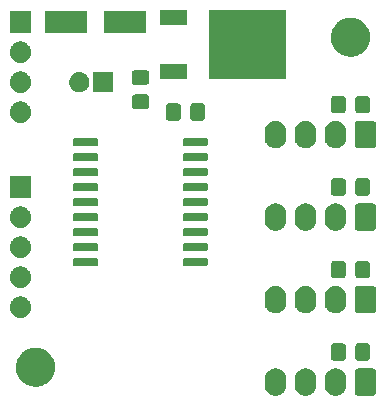
<source format=gbr>
G04 #@! TF.GenerationSoftware,KiCad,Pcbnew,(5.1.0-1195-gcea9cd417)*
G04 #@! TF.CreationDate,2019-08-04T23:05:19-07:00*
G04 #@! TF.ProjectId,URanger,5552616e-6765-4722-9e6b-696361645f70,n/c*
G04 #@! TF.SameCoordinates,Original*
G04 #@! TF.FileFunction,Soldermask,Top*
G04 #@! TF.FilePolarity,Negative*
%FSLAX46Y46*%
G04 Gerber Fmt 4.6, Leading zero omitted, Abs format (unit mm)*
G04 Created by KiCad (PCBNEW (5.1.0-1195-gcea9cd417)) date 2019-08-04 23:05:19*
%MOMM*%
%LPD*%
G04 APERTURE LIST*
%ADD10C,0.100000*%
G04 APERTURE END LIST*
D10*
G36*
X116888697Y-89019000D02*
G01*
X116936801Y-89019000D01*
X116983858Y-89029002D01*
X117026088Y-89033441D01*
X117072870Y-89047922D01*
X117126172Y-89059252D01*
X117164276Y-89076217D01*
X117198633Y-89086852D01*
X117247458Y-89113252D01*
X117303037Y-89137997D01*
X117331589Y-89158741D01*
X117357512Y-89172758D01*
X117405342Y-89212327D01*
X117459664Y-89251794D01*
X117478975Y-89273241D01*
X117496679Y-89287887D01*
X117540109Y-89341137D01*
X117589209Y-89395668D01*
X117600418Y-89415083D01*
X117610835Y-89427855D01*
X117646277Y-89494513D01*
X117686010Y-89563332D01*
X117690946Y-89578524D01*
X117695631Y-89587335D01*
X117719554Y-89666571D01*
X117745836Y-89747459D01*
X117746829Y-89756909D01*
X117747837Y-89760247D01*
X117756970Y-89853392D01*
X117761000Y-89891735D01*
X117761000Y-90448266D01*
X117745836Y-90592541D01*
X117718895Y-90675459D01*
X117690625Y-90764576D01*
X117688947Y-90767628D01*
X117686010Y-90776668D01*
X117643487Y-90850320D01*
X117603610Y-90922856D01*
X117597193Y-90930504D01*
X117589209Y-90944332D01*
X117536048Y-91003373D01*
X117487512Y-91061216D01*
X117474667Y-91071544D01*
X117459664Y-91088206D01*
X117400297Y-91131338D01*
X117346749Y-91174392D01*
X117326386Y-91185037D01*
X117303035Y-91202003D01*
X117241688Y-91229316D01*
X117186678Y-91258075D01*
X117158407Y-91266396D01*
X117126171Y-91280748D01*
X117066668Y-91293396D01*
X117013418Y-91309068D01*
X116977599Y-91312328D01*
X116936800Y-91321000D01*
X116882310Y-91321000D01*
X116833535Y-91325439D01*
X116791303Y-91321000D01*
X116743199Y-91321000D01*
X116696142Y-91310998D01*
X116653912Y-91306559D01*
X116607130Y-91292078D01*
X116553828Y-91280748D01*
X116515724Y-91263783D01*
X116481367Y-91253148D01*
X116432542Y-91226748D01*
X116376963Y-91202003D01*
X116348411Y-91181259D01*
X116322488Y-91167242D01*
X116274658Y-91127673D01*
X116220336Y-91088206D01*
X116201025Y-91066759D01*
X116183321Y-91052113D01*
X116139891Y-90998863D01*
X116090791Y-90944332D01*
X116079582Y-90924918D01*
X116069165Y-90912145D01*
X116033719Y-90845480D01*
X115993990Y-90776667D01*
X115989055Y-90761478D01*
X115984369Y-90752665D01*
X115960441Y-90673414D01*
X115934164Y-90592540D01*
X115933171Y-90583091D01*
X115932163Y-90579753D01*
X115923030Y-90486604D01*
X115919000Y-90448265D01*
X115919000Y-89891734D01*
X115934164Y-89747459D01*
X115961120Y-89664496D01*
X115989377Y-89575420D01*
X115991053Y-89572372D01*
X115993990Y-89563332D01*
X116036499Y-89489706D01*
X116076388Y-89417147D01*
X116082809Y-89409495D01*
X116090792Y-89395668D01*
X116143950Y-89336630D01*
X116192489Y-89278784D01*
X116205334Y-89268456D01*
X116220337Y-89251794D01*
X116279709Y-89208658D01*
X116333256Y-89165605D01*
X116353616Y-89154961D01*
X116376965Y-89137997D01*
X116438301Y-89110689D01*
X116493318Y-89081926D01*
X116521594Y-89073604D01*
X116553829Y-89059252D01*
X116613331Y-89046604D01*
X116666582Y-89030932D01*
X116702401Y-89027672D01*
X116743200Y-89019000D01*
X116797690Y-89019000D01*
X116846465Y-89014561D01*
X116888697Y-89019000D01*
X116888697Y-89019000D01*
G37*
G36*
X119428697Y-89019000D02*
G01*
X119476801Y-89019000D01*
X119523858Y-89029002D01*
X119566088Y-89033441D01*
X119612870Y-89047922D01*
X119666172Y-89059252D01*
X119704276Y-89076217D01*
X119738633Y-89086852D01*
X119787458Y-89113252D01*
X119843037Y-89137997D01*
X119871589Y-89158741D01*
X119897512Y-89172758D01*
X119945342Y-89212327D01*
X119999664Y-89251794D01*
X120018975Y-89273241D01*
X120036679Y-89287887D01*
X120080109Y-89341137D01*
X120129209Y-89395668D01*
X120140418Y-89415083D01*
X120150835Y-89427855D01*
X120186277Y-89494513D01*
X120226010Y-89563332D01*
X120230946Y-89578524D01*
X120235631Y-89587335D01*
X120259554Y-89666571D01*
X120285836Y-89747459D01*
X120286829Y-89756909D01*
X120287837Y-89760247D01*
X120296970Y-89853392D01*
X120301000Y-89891735D01*
X120301000Y-90448266D01*
X120285836Y-90592541D01*
X120258895Y-90675459D01*
X120230625Y-90764576D01*
X120228947Y-90767628D01*
X120226010Y-90776668D01*
X120183487Y-90850320D01*
X120143610Y-90922856D01*
X120137193Y-90930504D01*
X120129209Y-90944332D01*
X120076048Y-91003373D01*
X120027512Y-91061216D01*
X120014667Y-91071544D01*
X119999664Y-91088206D01*
X119940297Y-91131338D01*
X119886749Y-91174392D01*
X119866386Y-91185037D01*
X119843035Y-91202003D01*
X119781688Y-91229316D01*
X119726678Y-91258075D01*
X119698407Y-91266396D01*
X119666171Y-91280748D01*
X119606668Y-91293396D01*
X119553418Y-91309068D01*
X119517599Y-91312328D01*
X119476800Y-91321000D01*
X119422310Y-91321000D01*
X119373535Y-91325439D01*
X119331303Y-91321000D01*
X119283199Y-91321000D01*
X119236142Y-91310998D01*
X119193912Y-91306559D01*
X119147130Y-91292078D01*
X119093828Y-91280748D01*
X119055724Y-91263783D01*
X119021367Y-91253148D01*
X118972542Y-91226748D01*
X118916963Y-91202003D01*
X118888411Y-91181259D01*
X118862488Y-91167242D01*
X118814658Y-91127673D01*
X118760336Y-91088206D01*
X118741025Y-91066759D01*
X118723321Y-91052113D01*
X118679891Y-90998863D01*
X118630791Y-90944332D01*
X118619582Y-90924918D01*
X118609165Y-90912145D01*
X118573719Y-90845480D01*
X118533990Y-90776667D01*
X118529055Y-90761478D01*
X118524369Y-90752665D01*
X118500441Y-90673414D01*
X118474164Y-90592540D01*
X118473171Y-90583091D01*
X118472163Y-90579753D01*
X118463030Y-90486604D01*
X118459000Y-90448265D01*
X118459000Y-89891734D01*
X118474164Y-89747459D01*
X118501120Y-89664496D01*
X118529377Y-89575420D01*
X118531053Y-89572372D01*
X118533990Y-89563332D01*
X118576499Y-89489706D01*
X118616388Y-89417147D01*
X118622809Y-89409495D01*
X118630792Y-89395668D01*
X118683950Y-89336630D01*
X118732489Y-89278784D01*
X118745334Y-89268456D01*
X118760337Y-89251794D01*
X118819709Y-89208658D01*
X118873256Y-89165605D01*
X118893616Y-89154961D01*
X118916965Y-89137997D01*
X118978301Y-89110689D01*
X119033318Y-89081926D01*
X119061594Y-89073604D01*
X119093829Y-89059252D01*
X119153331Y-89046604D01*
X119206582Y-89030932D01*
X119242401Y-89027672D01*
X119283200Y-89019000D01*
X119337690Y-89019000D01*
X119386465Y-89014561D01*
X119428697Y-89019000D01*
X119428697Y-89019000D01*
G37*
G36*
X121968697Y-89019000D02*
G01*
X122016801Y-89019000D01*
X122063858Y-89029002D01*
X122106088Y-89033441D01*
X122152870Y-89047922D01*
X122206172Y-89059252D01*
X122244276Y-89076217D01*
X122278633Y-89086852D01*
X122327458Y-89113252D01*
X122383037Y-89137997D01*
X122411589Y-89158741D01*
X122437512Y-89172758D01*
X122485342Y-89212327D01*
X122539664Y-89251794D01*
X122558975Y-89273241D01*
X122576679Y-89287887D01*
X122620109Y-89341137D01*
X122669209Y-89395668D01*
X122680418Y-89415083D01*
X122690835Y-89427855D01*
X122726277Y-89494513D01*
X122766010Y-89563332D01*
X122770946Y-89578524D01*
X122775631Y-89587335D01*
X122799554Y-89666571D01*
X122825836Y-89747459D01*
X122826829Y-89756909D01*
X122827837Y-89760247D01*
X122836970Y-89853392D01*
X122841000Y-89891735D01*
X122841000Y-90448266D01*
X122825836Y-90592541D01*
X122798895Y-90675459D01*
X122770625Y-90764576D01*
X122768947Y-90767628D01*
X122766010Y-90776668D01*
X122723487Y-90850320D01*
X122683610Y-90922856D01*
X122677193Y-90930504D01*
X122669209Y-90944332D01*
X122616048Y-91003373D01*
X122567512Y-91061216D01*
X122554667Y-91071544D01*
X122539664Y-91088206D01*
X122480297Y-91131338D01*
X122426749Y-91174392D01*
X122406386Y-91185037D01*
X122383035Y-91202003D01*
X122321688Y-91229316D01*
X122266678Y-91258075D01*
X122238407Y-91266396D01*
X122206171Y-91280748D01*
X122146668Y-91293396D01*
X122093418Y-91309068D01*
X122057599Y-91312328D01*
X122016800Y-91321000D01*
X121962310Y-91321000D01*
X121913535Y-91325439D01*
X121871303Y-91321000D01*
X121823199Y-91321000D01*
X121776142Y-91310998D01*
X121733912Y-91306559D01*
X121687130Y-91292078D01*
X121633828Y-91280748D01*
X121595724Y-91263783D01*
X121561367Y-91253148D01*
X121512542Y-91226748D01*
X121456963Y-91202003D01*
X121428411Y-91181259D01*
X121402488Y-91167242D01*
X121354658Y-91127673D01*
X121300336Y-91088206D01*
X121281025Y-91066759D01*
X121263321Y-91052113D01*
X121219891Y-90998863D01*
X121170791Y-90944332D01*
X121159582Y-90924918D01*
X121149165Y-90912145D01*
X121113719Y-90845480D01*
X121073990Y-90776667D01*
X121069055Y-90761478D01*
X121064369Y-90752665D01*
X121040441Y-90673414D01*
X121014164Y-90592540D01*
X121013171Y-90583091D01*
X121012163Y-90579753D01*
X121003030Y-90486604D01*
X120999000Y-90448265D01*
X120999000Y-89891734D01*
X121014164Y-89747459D01*
X121041120Y-89664496D01*
X121069377Y-89575420D01*
X121071053Y-89572372D01*
X121073990Y-89563332D01*
X121116499Y-89489706D01*
X121156388Y-89417147D01*
X121162809Y-89409495D01*
X121170792Y-89395668D01*
X121223950Y-89336630D01*
X121272489Y-89278784D01*
X121285334Y-89268456D01*
X121300337Y-89251794D01*
X121359709Y-89208658D01*
X121413256Y-89165605D01*
X121433616Y-89154961D01*
X121456965Y-89137997D01*
X121518301Y-89110689D01*
X121573318Y-89081926D01*
X121601594Y-89073604D01*
X121633829Y-89059252D01*
X121693331Y-89046604D01*
X121746582Y-89030932D01*
X121782401Y-89027672D01*
X121823200Y-89019000D01*
X121877690Y-89019000D01*
X121926465Y-89014561D01*
X121968697Y-89019000D01*
X121968697Y-89019000D01*
G37*
G36*
X125166756Y-89031764D02*
G01*
X125178227Y-89037288D01*
X125186287Y-89038795D01*
X125203547Y-89049482D01*
X125248638Y-89071197D01*
X125268738Y-89089847D01*
X125281964Y-89098036D01*
X125292265Y-89111676D01*
X125315264Y-89133016D01*
X125337614Y-89171727D01*
X125349781Y-89187839D01*
X125351751Y-89196213D01*
X125359506Y-89209646D01*
X125378419Y-89309601D01*
X125381883Y-89324330D01*
X125381883Y-89327909D01*
X125383194Y-89334838D01*
X125383194Y-91007517D01*
X125368236Y-91106756D01*
X125362712Y-91118227D01*
X125361205Y-91126287D01*
X125350518Y-91143547D01*
X125328803Y-91188638D01*
X125310153Y-91208738D01*
X125301964Y-91221964D01*
X125288324Y-91232265D01*
X125266984Y-91255264D01*
X125228273Y-91277614D01*
X125212161Y-91289781D01*
X125203787Y-91291751D01*
X125190354Y-91299506D01*
X125090399Y-91318419D01*
X125075670Y-91321883D01*
X125072091Y-91321883D01*
X125065162Y-91323194D01*
X123852483Y-91323194D01*
X123753244Y-91308236D01*
X123741773Y-91302712D01*
X123733713Y-91301205D01*
X123716453Y-91290518D01*
X123671362Y-91268803D01*
X123651262Y-91250153D01*
X123638036Y-91241964D01*
X123627735Y-91228324D01*
X123604736Y-91206984D01*
X123582386Y-91168273D01*
X123570219Y-91152161D01*
X123568249Y-91143787D01*
X123560494Y-91130354D01*
X123541581Y-91030399D01*
X123538117Y-91015670D01*
X123538117Y-91012091D01*
X123536806Y-91005162D01*
X123536806Y-89332483D01*
X123551764Y-89233244D01*
X123557288Y-89221773D01*
X123558795Y-89213713D01*
X123569482Y-89196453D01*
X123591197Y-89151362D01*
X123609847Y-89131262D01*
X123618036Y-89118036D01*
X123631676Y-89107735D01*
X123653016Y-89084736D01*
X123691727Y-89062386D01*
X123707839Y-89050219D01*
X123716213Y-89048249D01*
X123729646Y-89040494D01*
X123829601Y-89021581D01*
X123844330Y-89018117D01*
X123847909Y-89018117D01*
X123854838Y-89016806D01*
X125067517Y-89016806D01*
X125166756Y-89031764D01*
X125166756Y-89031764D01*
G37*
G36*
X96593730Y-87249000D02*
G01*
X96649937Y-87249000D01*
X96720874Y-87260235D01*
X96787558Y-87266128D01*
X96844072Y-87279748D01*
X96906610Y-87289653D01*
X96968179Y-87309658D01*
X97026121Y-87323622D01*
X97086809Y-87348203D01*
X97153764Y-87369958D01*
X97205106Y-87396118D01*
X97253565Y-87415746D01*
X97316309Y-87452779D01*
X97385312Y-87487938D01*
X97426161Y-87517616D01*
X97464891Y-87540476D01*
X97527232Y-87591049D01*
X97595554Y-87640688D01*
X97626207Y-87671341D01*
X97655465Y-87695076D01*
X97714718Y-87759852D01*
X97779312Y-87824446D01*
X97800574Y-87853711D01*
X97821091Y-87876140D01*
X97874400Y-87955323D01*
X97932062Y-88034688D01*
X97945230Y-88060531D01*
X97958137Y-88079703D01*
X98002562Y-88173052D01*
X98050042Y-88266236D01*
X98056784Y-88286987D01*
X98063587Y-88301281D01*
X98096245Y-88408436D01*
X98130347Y-88513390D01*
X98132634Y-88527830D01*
X98135129Y-88536016D01*
X98153244Y-88657955D01*
X98171000Y-88770063D01*
X98171000Y-89029937D01*
X98162684Y-89082440D01*
X98161885Y-89111983D01*
X98144640Y-89196367D01*
X98130347Y-89286610D01*
X98119164Y-89321027D01*
X98113080Y-89350799D01*
X98080365Y-89440439D01*
X98050042Y-89533764D01*
X98036872Y-89559612D01*
X98028950Y-89581318D01*
X97979540Y-89672131D01*
X97932062Y-89765312D01*
X97919241Y-89782959D01*
X97911672Y-89796870D01*
X97844158Y-89886301D01*
X97779312Y-89975554D01*
X97768976Y-89985890D01*
X97763819Y-89992721D01*
X97675782Y-90079084D01*
X97595554Y-90159312D01*
X97589558Y-90163668D01*
X97588640Y-90164569D01*
X97413110Y-90291866D01*
X97385312Y-90312062D01*
X97284629Y-90363363D01*
X97172223Y-90421753D01*
X97165505Y-90424060D01*
X97153764Y-90430042D01*
X97047902Y-90464439D01*
X96940133Y-90501441D01*
X96925994Y-90504049D01*
X96906610Y-90510347D01*
X96802080Y-90526903D01*
X96698808Y-90545950D01*
X96677170Y-90546687D01*
X96649937Y-90551000D01*
X96550480Y-90551000D01*
X96453553Y-90554300D01*
X96424812Y-90551000D01*
X96390063Y-90551000D01*
X96298482Y-90536495D01*
X96209768Y-90526309D01*
X96174791Y-90516904D01*
X96133390Y-90510347D01*
X96051749Y-90483820D01*
X95972788Y-90462589D01*
X95932903Y-90445205D01*
X95886236Y-90430042D01*
X95815965Y-90394237D01*
X95747832Y-90364541D01*
X95704765Y-90337578D01*
X95654688Y-90312062D01*
X95596590Y-90269851D01*
X95539843Y-90234323D01*
X95495667Y-90196526D01*
X95444446Y-90159312D01*
X95398671Y-90113537D01*
X95353382Y-90074788D01*
X95310465Y-90025331D01*
X95260688Y-89975554D01*
X95226823Y-89928943D01*
X95192556Y-89889454D01*
X95153461Y-89827969D01*
X95107938Y-89765312D01*
X95085015Y-89720323D01*
X95060884Y-89682372D01*
X95028299Y-89609012D01*
X94989958Y-89533764D01*
X94976561Y-89492533D01*
X94961269Y-89458105D01*
X94937885Y-89373501D01*
X94909653Y-89286610D01*
X94903993Y-89250874D01*
X94895897Y-89221582D01*
X94884348Y-89126843D01*
X94869000Y-89029937D01*
X94869000Y-89000932D01*
X94866203Y-88977987D01*
X94869000Y-88874628D01*
X94869000Y-88770063D01*
X94872413Y-88748516D01*
X94872841Y-88732689D01*
X94892390Y-88622382D01*
X94909653Y-88513390D01*
X94914171Y-88499485D01*
X94915664Y-88491061D01*
X94954876Y-88374207D01*
X94989958Y-88266236D01*
X94993325Y-88259628D01*
X94993732Y-88258415D01*
X95091710Y-88066538D01*
X95107938Y-88034688D01*
X95174366Y-87943258D01*
X95248002Y-87840214D01*
X95252942Y-87835107D01*
X95260688Y-87824446D01*
X95339390Y-87745744D01*
X95418621Y-87663841D01*
X95430037Y-87655097D01*
X95444446Y-87640688D01*
X95530048Y-87578494D01*
X95613440Y-87514621D01*
X95632390Y-87504139D01*
X95654688Y-87487938D01*
X95743279Y-87442798D01*
X95828164Y-87395843D01*
X95855275Y-87385734D01*
X95886236Y-87369958D01*
X95974418Y-87341306D01*
X96058091Y-87310105D01*
X96093527Y-87302605D01*
X96133390Y-87289653D01*
X96218177Y-87276224D01*
X96298171Y-87259294D01*
X96341600Y-87256676D01*
X96390063Y-87249000D01*
X96468917Y-87249000D01*
X96543111Y-87244527D01*
X96593730Y-87249000D01*
X96593730Y-87249000D01*
G37*
G36*
X124626756Y-86891764D02*
G01*
X124638227Y-86897288D01*
X124646287Y-86898795D01*
X124663547Y-86909482D01*
X124708638Y-86931197D01*
X124728738Y-86949847D01*
X124741964Y-86958036D01*
X124752265Y-86971676D01*
X124775264Y-86993016D01*
X124797614Y-87031727D01*
X124809781Y-87047839D01*
X124811751Y-87056213D01*
X124819506Y-87069646D01*
X124838419Y-87169601D01*
X124841883Y-87184330D01*
X124841883Y-87187909D01*
X124843194Y-87194838D01*
X124843194Y-88067517D01*
X124828236Y-88166756D01*
X124822712Y-88178227D01*
X124821205Y-88186287D01*
X124810518Y-88203547D01*
X124788803Y-88248638D01*
X124770153Y-88268738D01*
X124761964Y-88281964D01*
X124748324Y-88292265D01*
X124726984Y-88315264D01*
X124688273Y-88337614D01*
X124672161Y-88349781D01*
X124663787Y-88351751D01*
X124650354Y-88359506D01*
X124550399Y-88378419D01*
X124535670Y-88381883D01*
X124532091Y-88381883D01*
X124525162Y-88383194D01*
X123902483Y-88383194D01*
X123803244Y-88368236D01*
X123791773Y-88362712D01*
X123783713Y-88361205D01*
X123766453Y-88350518D01*
X123721362Y-88328803D01*
X123701262Y-88310153D01*
X123688036Y-88301964D01*
X123677735Y-88288324D01*
X123654736Y-88266984D01*
X123632386Y-88228273D01*
X123620219Y-88212161D01*
X123618249Y-88203787D01*
X123610494Y-88190354D01*
X123591581Y-88090399D01*
X123588117Y-88075670D01*
X123588117Y-88072091D01*
X123586806Y-88065162D01*
X123586806Y-87192483D01*
X123601764Y-87093244D01*
X123607288Y-87081773D01*
X123608795Y-87073713D01*
X123619482Y-87056453D01*
X123641197Y-87011362D01*
X123659847Y-86991262D01*
X123668036Y-86978036D01*
X123681676Y-86967735D01*
X123703016Y-86944736D01*
X123741727Y-86922386D01*
X123757839Y-86910219D01*
X123766213Y-86908249D01*
X123779646Y-86900494D01*
X123879601Y-86881581D01*
X123894330Y-86878117D01*
X123897909Y-86878117D01*
X123904838Y-86876806D01*
X124527517Y-86876806D01*
X124626756Y-86891764D01*
X124626756Y-86891764D01*
G37*
G36*
X122576756Y-86891764D02*
G01*
X122588227Y-86897288D01*
X122596287Y-86898795D01*
X122613547Y-86909482D01*
X122658638Y-86931197D01*
X122678738Y-86949847D01*
X122691964Y-86958036D01*
X122702265Y-86971676D01*
X122725264Y-86993016D01*
X122747614Y-87031727D01*
X122759781Y-87047839D01*
X122761751Y-87056213D01*
X122769506Y-87069646D01*
X122788419Y-87169601D01*
X122791883Y-87184330D01*
X122791883Y-87187909D01*
X122793194Y-87194838D01*
X122793194Y-88067517D01*
X122778236Y-88166756D01*
X122772712Y-88178227D01*
X122771205Y-88186287D01*
X122760518Y-88203547D01*
X122738803Y-88248638D01*
X122720153Y-88268738D01*
X122711964Y-88281964D01*
X122698324Y-88292265D01*
X122676984Y-88315264D01*
X122638273Y-88337614D01*
X122622161Y-88349781D01*
X122613787Y-88351751D01*
X122600354Y-88359506D01*
X122500399Y-88378419D01*
X122485670Y-88381883D01*
X122482091Y-88381883D01*
X122475162Y-88383194D01*
X121852483Y-88383194D01*
X121753244Y-88368236D01*
X121741773Y-88362712D01*
X121733713Y-88361205D01*
X121716453Y-88350518D01*
X121671362Y-88328803D01*
X121651262Y-88310153D01*
X121638036Y-88301964D01*
X121627735Y-88288324D01*
X121604736Y-88266984D01*
X121582386Y-88228273D01*
X121570219Y-88212161D01*
X121568249Y-88203787D01*
X121560494Y-88190354D01*
X121541581Y-88090399D01*
X121538117Y-88075670D01*
X121538117Y-88072091D01*
X121536806Y-88065162D01*
X121536806Y-87192483D01*
X121551764Y-87093244D01*
X121557288Y-87081773D01*
X121558795Y-87073713D01*
X121569482Y-87056453D01*
X121591197Y-87011362D01*
X121609847Y-86991262D01*
X121618036Y-86978036D01*
X121631676Y-86967735D01*
X121653016Y-86944736D01*
X121691727Y-86922386D01*
X121707839Y-86910219D01*
X121716213Y-86908249D01*
X121729646Y-86900494D01*
X121829601Y-86881581D01*
X121844330Y-86878117D01*
X121847909Y-86878117D01*
X121854838Y-86876806D01*
X122477517Y-86876806D01*
X122576756Y-86891764D01*
X122576756Y-86891764D01*
G37*
G36*
X95438360Y-82933835D02*
G01*
X95519397Y-82960166D01*
X95606663Y-82987848D01*
X95609655Y-82989493D01*
X95618488Y-82992363D01*
X95690466Y-83033919D01*
X95761499Y-83072970D01*
X95768986Y-83079253D01*
X95782511Y-83087061D01*
X95840259Y-83139057D01*
X95896857Y-83186549D01*
X95906962Y-83199118D01*
X95923261Y-83213793D01*
X95965454Y-83271867D01*
X96007579Y-83324260D01*
X96017994Y-83344182D01*
X96034586Y-83367019D01*
X96061297Y-83427012D01*
X96089439Y-83480843D01*
X96097582Y-83508510D01*
X96111621Y-83540042D01*
X96123992Y-83598241D01*
X96139328Y-83650349D01*
X96142518Y-83685401D01*
X96150999Y-83725301D01*
X96150999Y-83778592D01*
X96155343Y-83826324D01*
X96150999Y-83867653D01*
X96150999Y-83914699D01*
X96141217Y-83960721D01*
X96136873Y-84002047D01*
X96122702Y-84047827D01*
X96111621Y-84099958D01*
X96095028Y-84137226D01*
X96084622Y-84170843D01*
X96058789Y-84218620D01*
X96034586Y-84272981D01*
X96014298Y-84300905D01*
X96000580Y-84326276D01*
X95961859Y-84373082D01*
X95923261Y-84426207D01*
X95902284Y-84445095D01*
X95887952Y-84462419D01*
X95835845Y-84504917D01*
X95782511Y-84552939D01*
X95763524Y-84563901D01*
X95751025Y-84574095D01*
X95685780Y-84608786D01*
X95618488Y-84647637D01*
X95603636Y-84652463D01*
X95595003Y-84657053D01*
X95517430Y-84680473D01*
X95438360Y-84706165D01*
X95429114Y-84707137D01*
X95425851Y-84708122D01*
X95334710Y-84717059D01*
X95297211Y-84721000D01*
X95202789Y-84721000D01*
X95061640Y-84706165D01*
X94980603Y-84679834D01*
X94893337Y-84652152D01*
X94890345Y-84650507D01*
X94881512Y-84647637D01*
X94809534Y-84606081D01*
X94738501Y-84567030D01*
X94731014Y-84560747D01*
X94717489Y-84552939D01*
X94659741Y-84500943D01*
X94603143Y-84453451D01*
X94593038Y-84440882D01*
X94576739Y-84426207D01*
X94534546Y-84368133D01*
X94492421Y-84315740D01*
X94482006Y-84295818D01*
X94465414Y-84272981D01*
X94438703Y-84212988D01*
X94410561Y-84159157D01*
X94402418Y-84131490D01*
X94388379Y-84099958D01*
X94376008Y-84041759D01*
X94360672Y-83989651D01*
X94357482Y-83954599D01*
X94349001Y-83914699D01*
X94349001Y-83861408D01*
X94344657Y-83813676D01*
X94349001Y-83772347D01*
X94349001Y-83725301D01*
X94358783Y-83679279D01*
X94363127Y-83637953D01*
X94377298Y-83592173D01*
X94388379Y-83540042D01*
X94404972Y-83502774D01*
X94415378Y-83469157D01*
X94441211Y-83421380D01*
X94465414Y-83367019D01*
X94485702Y-83339095D01*
X94499420Y-83313724D01*
X94538141Y-83266918D01*
X94576739Y-83213793D01*
X94597716Y-83194905D01*
X94612048Y-83177581D01*
X94664155Y-83135083D01*
X94717489Y-83087061D01*
X94736476Y-83076099D01*
X94748975Y-83065905D01*
X94814220Y-83031214D01*
X94881512Y-82992363D01*
X94896364Y-82987537D01*
X94904997Y-82982947D01*
X94982570Y-82959527D01*
X95061640Y-82933835D01*
X95070886Y-82932863D01*
X95074149Y-82931878D01*
X95165290Y-82922941D01*
X95202789Y-82919000D01*
X95297211Y-82919000D01*
X95438360Y-82933835D01*
X95438360Y-82933835D01*
G37*
G36*
X121968697Y-82034000D02*
G01*
X122016801Y-82034000D01*
X122063858Y-82044002D01*
X122106088Y-82048441D01*
X122152870Y-82062922D01*
X122206172Y-82074252D01*
X122244276Y-82091217D01*
X122278633Y-82101852D01*
X122327458Y-82128252D01*
X122383037Y-82152997D01*
X122411589Y-82173741D01*
X122437512Y-82187758D01*
X122485342Y-82227327D01*
X122539664Y-82266794D01*
X122558975Y-82288241D01*
X122576679Y-82302887D01*
X122620109Y-82356137D01*
X122669209Y-82410668D01*
X122680418Y-82430083D01*
X122690835Y-82442855D01*
X122726277Y-82509513D01*
X122766010Y-82578332D01*
X122770946Y-82593524D01*
X122775631Y-82602335D01*
X122799554Y-82681571D01*
X122825836Y-82762459D01*
X122826829Y-82771909D01*
X122827837Y-82775247D01*
X122836970Y-82868392D01*
X122841000Y-82906735D01*
X122841000Y-83463266D01*
X122825836Y-83607541D01*
X122798895Y-83690459D01*
X122770625Y-83779576D01*
X122768947Y-83782628D01*
X122766010Y-83791668D01*
X122723487Y-83865320D01*
X122683610Y-83937856D01*
X122677193Y-83945504D01*
X122669209Y-83959332D01*
X122616048Y-84018373D01*
X122567512Y-84076216D01*
X122554667Y-84086544D01*
X122539664Y-84103206D01*
X122480297Y-84146338D01*
X122426749Y-84189392D01*
X122406386Y-84200037D01*
X122383035Y-84217003D01*
X122321688Y-84244316D01*
X122266678Y-84273075D01*
X122238407Y-84281396D01*
X122206171Y-84295748D01*
X122146668Y-84308396D01*
X122093418Y-84324068D01*
X122057599Y-84327328D01*
X122016800Y-84336000D01*
X121962310Y-84336000D01*
X121913535Y-84340439D01*
X121871303Y-84336000D01*
X121823199Y-84336000D01*
X121776142Y-84325998D01*
X121733912Y-84321559D01*
X121687130Y-84307078D01*
X121633828Y-84295748D01*
X121595724Y-84278783D01*
X121561367Y-84268148D01*
X121512542Y-84241748D01*
X121456963Y-84217003D01*
X121428411Y-84196259D01*
X121402488Y-84182242D01*
X121354658Y-84142673D01*
X121300336Y-84103206D01*
X121281025Y-84081759D01*
X121263321Y-84067113D01*
X121219891Y-84013863D01*
X121170791Y-83959332D01*
X121159582Y-83939918D01*
X121149165Y-83927145D01*
X121113719Y-83860480D01*
X121073990Y-83791667D01*
X121069055Y-83776478D01*
X121064369Y-83767665D01*
X121040441Y-83688414D01*
X121014164Y-83607540D01*
X121013171Y-83598091D01*
X121012163Y-83594753D01*
X121003030Y-83501604D01*
X120999000Y-83463265D01*
X120999000Y-82906734D01*
X121014164Y-82762459D01*
X121041120Y-82679496D01*
X121069377Y-82590420D01*
X121071053Y-82587372D01*
X121073990Y-82578332D01*
X121116499Y-82504706D01*
X121156388Y-82432147D01*
X121162809Y-82424495D01*
X121170792Y-82410668D01*
X121223950Y-82351630D01*
X121272489Y-82293784D01*
X121285334Y-82283456D01*
X121300337Y-82266794D01*
X121359709Y-82223658D01*
X121413256Y-82180605D01*
X121433616Y-82169961D01*
X121456965Y-82152997D01*
X121518301Y-82125689D01*
X121573318Y-82096926D01*
X121601594Y-82088604D01*
X121633829Y-82074252D01*
X121693331Y-82061604D01*
X121746582Y-82045932D01*
X121782401Y-82042672D01*
X121823200Y-82034000D01*
X121877690Y-82034000D01*
X121926465Y-82029561D01*
X121968697Y-82034000D01*
X121968697Y-82034000D01*
G37*
G36*
X116888697Y-82034000D02*
G01*
X116936801Y-82034000D01*
X116983858Y-82044002D01*
X117026088Y-82048441D01*
X117072870Y-82062922D01*
X117126172Y-82074252D01*
X117164276Y-82091217D01*
X117198633Y-82101852D01*
X117247458Y-82128252D01*
X117303037Y-82152997D01*
X117331589Y-82173741D01*
X117357512Y-82187758D01*
X117405342Y-82227327D01*
X117459664Y-82266794D01*
X117478975Y-82288241D01*
X117496679Y-82302887D01*
X117540109Y-82356137D01*
X117589209Y-82410668D01*
X117600418Y-82430083D01*
X117610835Y-82442855D01*
X117646277Y-82509513D01*
X117686010Y-82578332D01*
X117690946Y-82593524D01*
X117695631Y-82602335D01*
X117719554Y-82681571D01*
X117745836Y-82762459D01*
X117746829Y-82771909D01*
X117747837Y-82775247D01*
X117756970Y-82868392D01*
X117761000Y-82906735D01*
X117761000Y-83463266D01*
X117745836Y-83607541D01*
X117718895Y-83690459D01*
X117690625Y-83779576D01*
X117688947Y-83782628D01*
X117686010Y-83791668D01*
X117643487Y-83865320D01*
X117603610Y-83937856D01*
X117597193Y-83945504D01*
X117589209Y-83959332D01*
X117536048Y-84018373D01*
X117487512Y-84076216D01*
X117474667Y-84086544D01*
X117459664Y-84103206D01*
X117400297Y-84146338D01*
X117346749Y-84189392D01*
X117326386Y-84200037D01*
X117303035Y-84217003D01*
X117241688Y-84244316D01*
X117186678Y-84273075D01*
X117158407Y-84281396D01*
X117126171Y-84295748D01*
X117066668Y-84308396D01*
X117013418Y-84324068D01*
X116977599Y-84327328D01*
X116936800Y-84336000D01*
X116882310Y-84336000D01*
X116833535Y-84340439D01*
X116791303Y-84336000D01*
X116743199Y-84336000D01*
X116696142Y-84325998D01*
X116653912Y-84321559D01*
X116607130Y-84307078D01*
X116553828Y-84295748D01*
X116515724Y-84278783D01*
X116481367Y-84268148D01*
X116432542Y-84241748D01*
X116376963Y-84217003D01*
X116348411Y-84196259D01*
X116322488Y-84182242D01*
X116274658Y-84142673D01*
X116220336Y-84103206D01*
X116201025Y-84081759D01*
X116183321Y-84067113D01*
X116139891Y-84013863D01*
X116090791Y-83959332D01*
X116079582Y-83939918D01*
X116069165Y-83927145D01*
X116033719Y-83860480D01*
X115993990Y-83791667D01*
X115989055Y-83776478D01*
X115984369Y-83767665D01*
X115960441Y-83688414D01*
X115934164Y-83607540D01*
X115933171Y-83598091D01*
X115932163Y-83594753D01*
X115923030Y-83501604D01*
X115919000Y-83463265D01*
X115919000Y-82906734D01*
X115934164Y-82762459D01*
X115961120Y-82679496D01*
X115989377Y-82590420D01*
X115991053Y-82587372D01*
X115993990Y-82578332D01*
X116036499Y-82504706D01*
X116076388Y-82432147D01*
X116082809Y-82424495D01*
X116090792Y-82410668D01*
X116143950Y-82351630D01*
X116192489Y-82293784D01*
X116205334Y-82283456D01*
X116220337Y-82266794D01*
X116279709Y-82223658D01*
X116333256Y-82180605D01*
X116353616Y-82169961D01*
X116376965Y-82152997D01*
X116438301Y-82125689D01*
X116493318Y-82096926D01*
X116521594Y-82088604D01*
X116553829Y-82074252D01*
X116613331Y-82061604D01*
X116666582Y-82045932D01*
X116702401Y-82042672D01*
X116743200Y-82034000D01*
X116797690Y-82034000D01*
X116846465Y-82029561D01*
X116888697Y-82034000D01*
X116888697Y-82034000D01*
G37*
G36*
X119428697Y-82034000D02*
G01*
X119476801Y-82034000D01*
X119523858Y-82044002D01*
X119566088Y-82048441D01*
X119612870Y-82062922D01*
X119666172Y-82074252D01*
X119704276Y-82091217D01*
X119738633Y-82101852D01*
X119787458Y-82128252D01*
X119843037Y-82152997D01*
X119871589Y-82173741D01*
X119897512Y-82187758D01*
X119945342Y-82227327D01*
X119999664Y-82266794D01*
X120018975Y-82288241D01*
X120036679Y-82302887D01*
X120080109Y-82356137D01*
X120129209Y-82410668D01*
X120140418Y-82430083D01*
X120150835Y-82442855D01*
X120186277Y-82509513D01*
X120226010Y-82578332D01*
X120230946Y-82593524D01*
X120235631Y-82602335D01*
X120259554Y-82681571D01*
X120285836Y-82762459D01*
X120286829Y-82771909D01*
X120287837Y-82775247D01*
X120296970Y-82868392D01*
X120301000Y-82906735D01*
X120301000Y-83463266D01*
X120285836Y-83607541D01*
X120258895Y-83690459D01*
X120230625Y-83779576D01*
X120228947Y-83782628D01*
X120226010Y-83791668D01*
X120183487Y-83865320D01*
X120143610Y-83937856D01*
X120137193Y-83945504D01*
X120129209Y-83959332D01*
X120076048Y-84018373D01*
X120027512Y-84076216D01*
X120014667Y-84086544D01*
X119999664Y-84103206D01*
X119940297Y-84146338D01*
X119886749Y-84189392D01*
X119866386Y-84200037D01*
X119843035Y-84217003D01*
X119781688Y-84244316D01*
X119726678Y-84273075D01*
X119698407Y-84281396D01*
X119666171Y-84295748D01*
X119606668Y-84308396D01*
X119553418Y-84324068D01*
X119517599Y-84327328D01*
X119476800Y-84336000D01*
X119422310Y-84336000D01*
X119373535Y-84340439D01*
X119331303Y-84336000D01*
X119283199Y-84336000D01*
X119236142Y-84325998D01*
X119193912Y-84321559D01*
X119147130Y-84307078D01*
X119093828Y-84295748D01*
X119055724Y-84278783D01*
X119021367Y-84268148D01*
X118972542Y-84241748D01*
X118916963Y-84217003D01*
X118888411Y-84196259D01*
X118862488Y-84182242D01*
X118814658Y-84142673D01*
X118760336Y-84103206D01*
X118741025Y-84081759D01*
X118723321Y-84067113D01*
X118679891Y-84013863D01*
X118630791Y-83959332D01*
X118619582Y-83939918D01*
X118609165Y-83927145D01*
X118573719Y-83860480D01*
X118533990Y-83791667D01*
X118529055Y-83776478D01*
X118524369Y-83767665D01*
X118500441Y-83688414D01*
X118474164Y-83607540D01*
X118473171Y-83598091D01*
X118472163Y-83594753D01*
X118463030Y-83501604D01*
X118459000Y-83463265D01*
X118459000Y-82906734D01*
X118474164Y-82762459D01*
X118501120Y-82679496D01*
X118529377Y-82590420D01*
X118531053Y-82587372D01*
X118533990Y-82578332D01*
X118576499Y-82504706D01*
X118616388Y-82432147D01*
X118622809Y-82424495D01*
X118630792Y-82410668D01*
X118683950Y-82351630D01*
X118732489Y-82293784D01*
X118745334Y-82283456D01*
X118760337Y-82266794D01*
X118819709Y-82223658D01*
X118873256Y-82180605D01*
X118893616Y-82169961D01*
X118916965Y-82152997D01*
X118978301Y-82125689D01*
X119033318Y-82096926D01*
X119061594Y-82088604D01*
X119093829Y-82074252D01*
X119153331Y-82061604D01*
X119206582Y-82045932D01*
X119242401Y-82042672D01*
X119283200Y-82034000D01*
X119337690Y-82034000D01*
X119386465Y-82029561D01*
X119428697Y-82034000D01*
X119428697Y-82034000D01*
G37*
G36*
X125166756Y-82046764D02*
G01*
X125178227Y-82052288D01*
X125186287Y-82053795D01*
X125203547Y-82064482D01*
X125248638Y-82086197D01*
X125268738Y-82104847D01*
X125281964Y-82113036D01*
X125292265Y-82126676D01*
X125315264Y-82148016D01*
X125337614Y-82186727D01*
X125349781Y-82202839D01*
X125351751Y-82211213D01*
X125359506Y-82224646D01*
X125378419Y-82324601D01*
X125381883Y-82339330D01*
X125381883Y-82342909D01*
X125383194Y-82349838D01*
X125383194Y-84022517D01*
X125368236Y-84121756D01*
X125362712Y-84133227D01*
X125361205Y-84141287D01*
X125350518Y-84158547D01*
X125328803Y-84203638D01*
X125310153Y-84223738D01*
X125301964Y-84236964D01*
X125288324Y-84247265D01*
X125266984Y-84270264D01*
X125228273Y-84292614D01*
X125212161Y-84304781D01*
X125203787Y-84306751D01*
X125190354Y-84314506D01*
X125090399Y-84333419D01*
X125075670Y-84336883D01*
X125072091Y-84336883D01*
X125065162Y-84338194D01*
X123852483Y-84338194D01*
X123753244Y-84323236D01*
X123741773Y-84317712D01*
X123733713Y-84316205D01*
X123716453Y-84305518D01*
X123671362Y-84283803D01*
X123651262Y-84265153D01*
X123638036Y-84256964D01*
X123627735Y-84243324D01*
X123604736Y-84221984D01*
X123582386Y-84183273D01*
X123570219Y-84167161D01*
X123568249Y-84158787D01*
X123560494Y-84145354D01*
X123541581Y-84045399D01*
X123538117Y-84030670D01*
X123538117Y-84027091D01*
X123536806Y-84020162D01*
X123536806Y-82347483D01*
X123551764Y-82248244D01*
X123557288Y-82236773D01*
X123558795Y-82228713D01*
X123569482Y-82211453D01*
X123591197Y-82166362D01*
X123609847Y-82146262D01*
X123618036Y-82133036D01*
X123631676Y-82122735D01*
X123653016Y-82099736D01*
X123691727Y-82077386D01*
X123707839Y-82065219D01*
X123716213Y-82063249D01*
X123729646Y-82055494D01*
X123829601Y-82036581D01*
X123844330Y-82033117D01*
X123847909Y-82033117D01*
X123854838Y-82031806D01*
X125067517Y-82031806D01*
X125166756Y-82046764D01*
X125166756Y-82046764D01*
G37*
G36*
X95438360Y-80393835D02*
G01*
X95519397Y-80420166D01*
X95606663Y-80447848D01*
X95609655Y-80449493D01*
X95618488Y-80452363D01*
X95690466Y-80493919D01*
X95761499Y-80532970D01*
X95768986Y-80539253D01*
X95782511Y-80547061D01*
X95840259Y-80599057D01*
X95896857Y-80646549D01*
X95906962Y-80659118D01*
X95923261Y-80673793D01*
X95965454Y-80731867D01*
X96007579Y-80784260D01*
X96017994Y-80804182D01*
X96034586Y-80827019D01*
X96061297Y-80887012D01*
X96089439Y-80940843D01*
X96097582Y-80968510D01*
X96111621Y-81000042D01*
X96123992Y-81058241D01*
X96139328Y-81110349D01*
X96142518Y-81145401D01*
X96150999Y-81185301D01*
X96150999Y-81238592D01*
X96155343Y-81286324D01*
X96150999Y-81327653D01*
X96150999Y-81374699D01*
X96141217Y-81420721D01*
X96136873Y-81462047D01*
X96122702Y-81507827D01*
X96111621Y-81559958D01*
X96095028Y-81597226D01*
X96084622Y-81630843D01*
X96058789Y-81678620D01*
X96034586Y-81732981D01*
X96014298Y-81760905D01*
X96000580Y-81786276D01*
X95961859Y-81833082D01*
X95923261Y-81886207D01*
X95902284Y-81905095D01*
X95887952Y-81922419D01*
X95835845Y-81964917D01*
X95782511Y-82012939D01*
X95763524Y-82023901D01*
X95751025Y-82034095D01*
X95685780Y-82068786D01*
X95618488Y-82107637D01*
X95603636Y-82112463D01*
X95595003Y-82117053D01*
X95517430Y-82140473D01*
X95438360Y-82166165D01*
X95429114Y-82167137D01*
X95425851Y-82168122D01*
X95334710Y-82177059D01*
X95297211Y-82181000D01*
X95202789Y-82181000D01*
X95061640Y-82166165D01*
X94980603Y-82139834D01*
X94893337Y-82112152D01*
X94890345Y-82110507D01*
X94881512Y-82107637D01*
X94809534Y-82066081D01*
X94738501Y-82027030D01*
X94731014Y-82020747D01*
X94717489Y-82012939D01*
X94659741Y-81960943D01*
X94603143Y-81913451D01*
X94593038Y-81900882D01*
X94576739Y-81886207D01*
X94534546Y-81828133D01*
X94492421Y-81775740D01*
X94482006Y-81755818D01*
X94465414Y-81732981D01*
X94438703Y-81672988D01*
X94410561Y-81619157D01*
X94402418Y-81591490D01*
X94388379Y-81559958D01*
X94376008Y-81501759D01*
X94360672Y-81449651D01*
X94357482Y-81414599D01*
X94349001Y-81374699D01*
X94349001Y-81321408D01*
X94344657Y-81273676D01*
X94349001Y-81232347D01*
X94349001Y-81185301D01*
X94358783Y-81139279D01*
X94363127Y-81097953D01*
X94377298Y-81052173D01*
X94388379Y-81000042D01*
X94404972Y-80962774D01*
X94415378Y-80929157D01*
X94441211Y-80881380D01*
X94465414Y-80827019D01*
X94485702Y-80799095D01*
X94499420Y-80773724D01*
X94538141Y-80726918D01*
X94576739Y-80673793D01*
X94597716Y-80654905D01*
X94612048Y-80637581D01*
X94664155Y-80595083D01*
X94717489Y-80547061D01*
X94736476Y-80536099D01*
X94748975Y-80525905D01*
X94814220Y-80491214D01*
X94881512Y-80452363D01*
X94896364Y-80447537D01*
X94904997Y-80442947D01*
X94982570Y-80419527D01*
X95061640Y-80393835D01*
X95070886Y-80392863D01*
X95074149Y-80391878D01*
X95165290Y-80382941D01*
X95202789Y-80379000D01*
X95297211Y-80379000D01*
X95438360Y-80393835D01*
X95438360Y-80393835D01*
G37*
G36*
X124626756Y-79906764D02*
G01*
X124638227Y-79912288D01*
X124646287Y-79913795D01*
X124663547Y-79924482D01*
X124708638Y-79946197D01*
X124728738Y-79964847D01*
X124741964Y-79973036D01*
X124752265Y-79986676D01*
X124775264Y-80008016D01*
X124797614Y-80046727D01*
X124809781Y-80062839D01*
X124811751Y-80071213D01*
X124819506Y-80084646D01*
X124838419Y-80184601D01*
X124841883Y-80199330D01*
X124841883Y-80202909D01*
X124843194Y-80209838D01*
X124843194Y-81082517D01*
X124828236Y-81181756D01*
X124822712Y-81193227D01*
X124821205Y-81201287D01*
X124810518Y-81218547D01*
X124788803Y-81263638D01*
X124770153Y-81283738D01*
X124761964Y-81296964D01*
X124748324Y-81307265D01*
X124726984Y-81330264D01*
X124688273Y-81352614D01*
X124672161Y-81364781D01*
X124663787Y-81366751D01*
X124650354Y-81374506D01*
X124550399Y-81393419D01*
X124535670Y-81396883D01*
X124532091Y-81396883D01*
X124525162Y-81398194D01*
X123902483Y-81398194D01*
X123803244Y-81383236D01*
X123791773Y-81377712D01*
X123783713Y-81376205D01*
X123766453Y-81365518D01*
X123721362Y-81343803D01*
X123701262Y-81325153D01*
X123688036Y-81316964D01*
X123677735Y-81303324D01*
X123654736Y-81281984D01*
X123632386Y-81243273D01*
X123620219Y-81227161D01*
X123618249Y-81218787D01*
X123610494Y-81205354D01*
X123591581Y-81105399D01*
X123588117Y-81090670D01*
X123588117Y-81087091D01*
X123586806Y-81080162D01*
X123586806Y-80207483D01*
X123601764Y-80108244D01*
X123607288Y-80096773D01*
X123608795Y-80088713D01*
X123619482Y-80071453D01*
X123641197Y-80026362D01*
X123659847Y-80006262D01*
X123668036Y-79993036D01*
X123681676Y-79982735D01*
X123703016Y-79959736D01*
X123741727Y-79937386D01*
X123757839Y-79925219D01*
X123766213Y-79923249D01*
X123779646Y-79915494D01*
X123879601Y-79896581D01*
X123894330Y-79893117D01*
X123897909Y-79893117D01*
X123904838Y-79891806D01*
X124527517Y-79891806D01*
X124626756Y-79906764D01*
X124626756Y-79906764D01*
G37*
G36*
X122576756Y-79906764D02*
G01*
X122588227Y-79912288D01*
X122596287Y-79913795D01*
X122613547Y-79924482D01*
X122658638Y-79946197D01*
X122678738Y-79964847D01*
X122691964Y-79973036D01*
X122702265Y-79986676D01*
X122725264Y-80008016D01*
X122747614Y-80046727D01*
X122759781Y-80062839D01*
X122761751Y-80071213D01*
X122769506Y-80084646D01*
X122788419Y-80184601D01*
X122791883Y-80199330D01*
X122791883Y-80202909D01*
X122793194Y-80209838D01*
X122793194Y-81082517D01*
X122778236Y-81181756D01*
X122772712Y-81193227D01*
X122771205Y-81201287D01*
X122760518Y-81218547D01*
X122738803Y-81263638D01*
X122720153Y-81283738D01*
X122711964Y-81296964D01*
X122698324Y-81307265D01*
X122676984Y-81330264D01*
X122638273Y-81352614D01*
X122622161Y-81364781D01*
X122613787Y-81366751D01*
X122600354Y-81374506D01*
X122500399Y-81393419D01*
X122485670Y-81396883D01*
X122482091Y-81396883D01*
X122475162Y-81398194D01*
X121852483Y-81398194D01*
X121753244Y-81383236D01*
X121741773Y-81377712D01*
X121733713Y-81376205D01*
X121716453Y-81365518D01*
X121671362Y-81343803D01*
X121651262Y-81325153D01*
X121638036Y-81316964D01*
X121627735Y-81303324D01*
X121604736Y-81281984D01*
X121582386Y-81243273D01*
X121570219Y-81227161D01*
X121568249Y-81218787D01*
X121560494Y-81205354D01*
X121541581Y-81105399D01*
X121538117Y-81090670D01*
X121538117Y-81087091D01*
X121536806Y-81080162D01*
X121536806Y-80207483D01*
X121551764Y-80108244D01*
X121557288Y-80096773D01*
X121558795Y-80088713D01*
X121569482Y-80071453D01*
X121591197Y-80026362D01*
X121609847Y-80006262D01*
X121618036Y-79993036D01*
X121631676Y-79982735D01*
X121653016Y-79959736D01*
X121691727Y-79937386D01*
X121707839Y-79925219D01*
X121716213Y-79923249D01*
X121729646Y-79915494D01*
X121829601Y-79896581D01*
X121844330Y-79893117D01*
X121847909Y-79893117D01*
X121854838Y-79891806D01*
X122477517Y-79891806D01*
X122576756Y-79906764D01*
X122576756Y-79906764D01*
G37*
G36*
X110931483Y-79658001D02*
G01*
X110932061Y-79658001D01*
X110936575Y-79658899D01*
X111002492Y-79670522D01*
X111006426Y-79672793D01*
X111010487Y-79673601D01*
X111027405Y-79684905D01*
X111063879Y-79705963D01*
X111070207Y-79713504D01*
X111076974Y-79718026D01*
X111088598Y-79735422D01*
X111105797Y-79755920D01*
X111108142Y-79764673D01*
X111121399Y-79784513D01*
X111136999Y-79862939D01*
X111136999Y-79872367D01*
X111138715Y-79878771D01*
X111138715Y-80146751D01*
X111136999Y-80156483D01*
X111136999Y-80157061D01*
X111136101Y-80161575D01*
X111124478Y-80227492D01*
X111122207Y-80231426D01*
X111121399Y-80235487D01*
X111110095Y-80252405D01*
X111089037Y-80288879D01*
X111081496Y-80295207D01*
X111076974Y-80301974D01*
X111059578Y-80313598D01*
X111039080Y-80330797D01*
X111030327Y-80333142D01*
X111010487Y-80346399D01*
X110932061Y-80361999D01*
X110922633Y-80361999D01*
X110916229Y-80363715D01*
X109198249Y-80363715D01*
X109188517Y-80361999D01*
X109187939Y-80361999D01*
X109183425Y-80361101D01*
X109117508Y-80349478D01*
X109113574Y-80347207D01*
X109109513Y-80346399D01*
X109092595Y-80335095D01*
X109056121Y-80314037D01*
X109049793Y-80306496D01*
X109043026Y-80301974D01*
X109031402Y-80284578D01*
X109014203Y-80264080D01*
X109011858Y-80255327D01*
X108998601Y-80235487D01*
X108983001Y-80157061D01*
X108983001Y-80147633D01*
X108981285Y-80141229D01*
X108981285Y-79873249D01*
X108983001Y-79863517D01*
X108983001Y-79862939D01*
X108983899Y-79858425D01*
X108995522Y-79792508D01*
X108997793Y-79788574D01*
X108998601Y-79784513D01*
X109009905Y-79767595D01*
X109030963Y-79731121D01*
X109038504Y-79724793D01*
X109043026Y-79718026D01*
X109060422Y-79706402D01*
X109080920Y-79689203D01*
X109089673Y-79686858D01*
X109109513Y-79673601D01*
X109187939Y-79658001D01*
X109197367Y-79658001D01*
X109203771Y-79656285D01*
X110921751Y-79656285D01*
X110931483Y-79658001D01*
X110931483Y-79658001D01*
G37*
G36*
X101631483Y-79658001D02*
G01*
X101632061Y-79658001D01*
X101636575Y-79658899D01*
X101702492Y-79670522D01*
X101706426Y-79672793D01*
X101710487Y-79673601D01*
X101727405Y-79684905D01*
X101763879Y-79705963D01*
X101770207Y-79713504D01*
X101776974Y-79718026D01*
X101788598Y-79735422D01*
X101805797Y-79755920D01*
X101808142Y-79764673D01*
X101821399Y-79784513D01*
X101836999Y-79862939D01*
X101836999Y-79872367D01*
X101838715Y-79878771D01*
X101838715Y-80146751D01*
X101836999Y-80156483D01*
X101836999Y-80157061D01*
X101836101Y-80161575D01*
X101824478Y-80227492D01*
X101822207Y-80231426D01*
X101821399Y-80235487D01*
X101810095Y-80252405D01*
X101789037Y-80288879D01*
X101781496Y-80295207D01*
X101776974Y-80301974D01*
X101759578Y-80313598D01*
X101739080Y-80330797D01*
X101730327Y-80333142D01*
X101710487Y-80346399D01*
X101632061Y-80361999D01*
X101622633Y-80361999D01*
X101616229Y-80363715D01*
X99898249Y-80363715D01*
X99888517Y-80361999D01*
X99887939Y-80361999D01*
X99883425Y-80361101D01*
X99817508Y-80349478D01*
X99813574Y-80347207D01*
X99809513Y-80346399D01*
X99792595Y-80335095D01*
X99756121Y-80314037D01*
X99749793Y-80306496D01*
X99743026Y-80301974D01*
X99731402Y-80284578D01*
X99714203Y-80264080D01*
X99711858Y-80255327D01*
X99698601Y-80235487D01*
X99683001Y-80157061D01*
X99683001Y-80147633D01*
X99681285Y-80141229D01*
X99681285Y-79873249D01*
X99683001Y-79863517D01*
X99683001Y-79862939D01*
X99683899Y-79858425D01*
X99695522Y-79792508D01*
X99697793Y-79788574D01*
X99698601Y-79784513D01*
X99709905Y-79767595D01*
X99730963Y-79731121D01*
X99738504Y-79724793D01*
X99743026Y-79718026D01*
X99760422Y-79706402D01*
X99780920Y-79689203D01*
X99789673Y-79686858D01*
X99809513Y-79673601D01*
X99887939Y-79658001D01*
X99897367Y-79658001D01*
X99903771Y-79656285D01*
X101621751Y-79656285D01*
X101631483Y-79658001D01*
X101631483Y-79658001D01*
G37*
G36*
X95438360Y-77853835D02*
G01*
X95519397Y-77880166D01*
X95606663Y-77907848D01*
X95609655Y-77909493D01*
X95618488Y-77912363D01*
X95690466Y-77953919D01*
X95761499Y-77992970D01*
X95768986Y-77999253D01*
X95782511Y-78007061D01*
X95840259Y-78059057D01*
X95896857Y-78106549D01*
X95906962Y-78119118D01*
X95923261Y-78133793D01*
X95965454Y-78191867D01*
X96007579Y-78244260D01*
X96017994Y-78264182D01*
X96034586Y-78287019D01*
X96061297Y-78347012D01*
X96089439Y-78400843D01*
X96097582Y-78428510D01*
X96111621Y-78460042D01*
X96123992Y-78518241D01*
X96139328Y-78570349D01*
X96142518Y-78605401D01*
X96150999Y-78645301D01*
X96150999Y-78698592D01*
X96155343Y-78746324D01*
X96150999Y-78787653D01*
X96150999Y-78834699D01*
X96141217Y-78880721D01*
X96136873Y-78922047D01*
X96122702Y-78967827D01*
X96111621Y-79019958D01*
X96095028Y-79057226D01*
X96084622Y-79090843D01*
X96058789Y-79138620D01*
X96034586Y-79192981D01*
X96014298Y-79220905D01*
X96000580Y-79246276D01*
X95961859Y-79293082D01*
X95923261Y-79346207D01*
X95902284Y-79365095D01*
X95887952Y-79382419D01*
X95835845Y-79424917D01*
X95782511Y-79472939D01*
X95763524Y-79483901D01*
X95751025Y-79494095D01*
X95685780Y-79528786D01*
X95618488Y-79567637D01*
X95603636Y-79572463D01*
X95595003Y-79577053D01*
X95517430Y-79600473D01*
X95438360Y-79626165D01*
X95429114Y-79627137D01*
X95425851Y-79628122D01*
X95334710Y-79637059D01*
X95297211Y-79641000D01*
X95202789Y-79641000D01*
X95061640Y-79626165D01*
X94980603Y-79599834D01*
X94893337Y-79572152D01*
X94890345Y-79570507D01*
X94881512Y-79567637D01*
X94809534Y-79526081D01*
X94738501Y-79487030D01*
X94731014Y-79480747D01*
X94717489Y-79472939D01*
X94659741Y-79420943D01*
X94603143Y-79373451D01*
X94593038Y-79360882D01*
X94576739Y-79346207D01*
X94534546Y-79288133D01*
X94492421Y-79235740D01*
X94482006Y-79215818D01*
X94465414Y-79192981D01*
X94438703Y-79132988D01*
X94410561Y-79079157D01*
X94402418Y-79051490D01*
X94388379Y-79019958D01*
X94376008Y-78961759D01*
X94360672Y-78909651D01*
X94357482Y-78874599D01*
X94349001Y-78834699D01*
X94349001Y-78781408D01*
X94344657Y-78733676D01*
X94349001Y-78692347D01*
X94349001Y-78645301D01*
X94358783Y-78599279D01*
X94363127Y-78557953D01*
X94377298Y-78512173D01*
X94388379Y-78460042D01*
X94404972Y-78422774D01*
X94415378Y-78389157D01*
X94441211Y-78341380D01*
X94465414Y-78287019D01*
X94485702Y-78259095D01*
X94499420Y-78233724D01*
X94538141Y-78186918D01*
X94576739Y-78133793D01*
X94597716Y-78114905D01*
X94612048Y-78097581D01*
X94664155Y-78055083D01*
X94717489Y-78007061D01*
X94736476Y-77996099D01*
X94748975Y-77985905D01*
X94814220Y-77951214D01*
X94881512Y-77912363D01*
X94896364Y-77907537D01*
X94904997Y-77902947D01*
X94982570Y-77879527D01*
X95061640Y-77853835D01*
X95070886Y-77852863D01*
X95074149Y-77851878D01*
X95165290Y-77842941D01*
X95202789Y-77839000D01*
X95297211Y-77839000D01*
X95438360Y-77853835D01*
X95438360Y-77853835D01*
G37*
G36*
X110931483Y-78388001D02*
G01*
X110932061Y-78388001D01*
X110936575Y-78388899D01*
X111002492Y-78400522D01*
X111006426Y-78402793D01*
X111010487Y-78403601D01*
X111027405Y-78414905D01*
X111063879Y-78435963D01*
X111070207Y-78443504D01*
X111076974Y-78448026D01*
X111088598Y-78465422D01*
X111105797Y-78485920D01*
X111108142Y-78494673D01*
X111121399Y-78514513D01*
X111136999Y-78592939D01*
X111136999Y-78602367D01*
X111138715Y-78608771D01*
X111138715Y-78876751D01*
X111136999Y-78886483D01*
X111136999Y-78887061D01*
X111136101Y-78891575D01*
X111124478Y-78957492D01*
X111122207Y-78961426D01*
X111121399Y-78965487D01*
X111110095Y-78982405D01*
X111089037Y-79018879D01*
X111081496Y-79025207D01*
X111076974Y-79031974D01*
X111059578Y-79043598D01*
X111039080Y-79060797D01*
X111030327Y-79063142D01*
X111010487Y-79076399D01*
X110932061Y-79091999D01*
X110922633Y-79091999D01*
X110916229Y-79093715D01*
X109198249Y-79093715D01*
X109188517Y-79091999D01*
X109187939Y-79091999D01*
X109183425Y-79091101D01*
X109117508Y-79079478D01*
X109113574Y-79077207D01*
X109109513Y-79076399D01*
X109092595Y-79065095D01*
X109056121Y-79044037D01*
X109049793Y-79036496D01*
X109043026Y-79031974D01*
X109031402Y-79014578D01*
X109014203Y-78994080D01*
X109011858Y-78985327D01*
X108998601Y-78965487D01*
X108983001Y-78887061D01*
X108983001Y-78877633D01*
X108981285Y-78871229D01*
X108981285Y-78603249D01*
X108983001Y-78593517D01*
X108983001Y-78592939D01*
X108983899Y-78588425D01*
X108995522Y-78522508D01*
X108997793Y-78518574D01*
X108998601Y-78514513D01*
X109009905Y-78497595D01*
X109030963Y-78461121D01*
X109038504Y-78454793D01*
X109043026Y-78448026D01*
X109060422Y-78436402D01*
X109080920Y-78419203D01*
X109089673Y-78416858D01*
X109109513Y-78403601D01*
X109187939Y-78388001D01*
X109197367Y-78388001D01*
X109203771Y-78386285D01*
X110921751Y-78386285D01*
X110931483Y-78388001D01*
X110931483Y-78388001D01*
G37*
G36*
X101631483Y-78388001D02*
G01*
X101632061Y-78388001D01*
X101636575Y-78388899D01*
X101702492Y-78400522D01*
X101706426Y-78402793D01*
X101710487Y-78403601D01*
X101727405Y-78414905D01*
X101763879Y-78435963D01*
X101770207Y-78443504D01*
X101776974Y-78448026D01*
X101788598Y-78465422D01*
X101805797Y-78485920D01*
X101808142Y-78494673D01*
X101821399Y-78514513D01*
X101836999Y-78592939D01*
X101836999Y-78602367D01*
X101838715Y-78608771D01*
X101838715Y-78876751D01*
X101836999Y-78886483D01*
X101836999Y-78887061D01*
X101836101Y-78891575D01*
X101824478Y-78957492D01*
X101822207Y-78961426D01*
X101821399Y-78965487D01*
X101810095Y-78982405D01*
X101789037Y-79018879D01*
X101781496Y-79025207D01*
X101776974Y-79031974D01*
X101759578Y-79043598D01*
X101739080Y-79060797D01*
X101730327Y-79063142D01*
X101710487Y-79076399D01*
X101632061Y-79091999D01*
X101622633Y-79091999D01*
X101616229Y-79093715D01*
X99898249Y-79093715D01*
X99888517Y-79091999D01*
X99887939Y-79091999D01*
X99883425Y-79091101D01*
X99817508Y-79079478D01*
X99813574Y-79077207D01*
X99809513Y-79076399D01*
X99792595Y-79065095D01*
X99756121Y-79044037D01*
X99749793Y-79036496D01*
X99743026Y-79031974D01*
X99731402Y-79014578D01*
X99714203Y-78994080D01*
X99711858Y-78985327D01*
X99698601Y-78965487D01*
X99683001Y-78887061D01*
X99683001Y-78877633D01*
X99681285Y-78871229D01*
X99681285Y-78603249D01*
X99683001Y-78593517D01*
X99683001Y-78592939D01*
X99683899Y-78588425D01*
X99695522Y-78522508D01*
X99697793Y-78518574D01*
X99698601Y-78514513D01*
X99709905Y-78497595D01*
X99730963Y-78461121D01*
X99738504Y-78454793D01*
X99743026Y-78448026D01*
X99760422Y-78436402D01*
X99780920Y-78419203D01*
X99789673Y-78416858D01*
X99809513Y-78403601D01*
X99887939Y-78388001D01*
X99897367Y-78388001D01*
X99903771Y-78386285D01*
X101621751Y-78386285D01*
X101631483Y-78388001D01*
X101631483Y-78388001D01*
G37*
G36*
X101631483Y-77118001D02*
G01*
X101632061Y-77118001D01*
X101636575Y-77118899D01*
X101702492Y-77130522D01*
X101706426Y-77132793D01*
X101710487Y-77133601D01*
X101727405Y-77144905D01*
X101763879Y-77165963D01*
X101770207Y-77173504D01*
X101776974Y-77178026D01*
X101788598Y-77195422D01*
X101805797Y-77215920D01*
X101808142Y-77224673D01*
X101821399Y-77244513D01*
X101836999Y-77322939D01*
X101836999Y-77332367D01*
X101838715Y-77338771D01*
X101838715Y-77606751D01*
X101836999Y-77616483D01*
X101836999Y-77617061D01*
X101836101Y-77621575D01*
X101824478Y-77687492D01*
X101822207Y-77691426D01*
X101821399Y-77695487D01*
X101810095Y-77712405D01*
X101789037Y-77748879D01*
X101781496Y-77755207D01*
X101776974Y-77761974D01*
X101759578Y-77773598D01*
X101739080Y-77790797D01*
X101730327Y-77793142D01*
X101710487Y-77806399D01*
X101632061Y-77821999D01*
X101622633Y-77821999D01*
X101616229Y-77823715D01*
X99898249Y-77823715D01*
X99888517Y-77821999D01*
X99887939Y-77821999D01*
X99883425Y-77821101D01*
X99817508Y-77809478D01*
X99813574Y-77807207D01*
X99809513Y-77806399D01*
X99792595Y-77795095D01*
X99756121Y-77774037D01*
X99749793Y-77766496D01*
X99743026Y-77761974D01*
X99731402Y-77744578D01*
X99714203Y-77724080D01*
X99711858Y-77715327D01*
X99698601Y-77695487D01*
X99683001Y-77617061D01*
X99683001Y-77607633D01*
X99681285Y-77601229D01*
X99681285Y-77333249D01*
X99683001Y-77323517D01*
X99683001Y-77322939D01*
X99683899Y-77318425D01*
X99695522Y-77252508D01*
X99697793Y-77248574D01*
X99698601Y-77244513D01*
X99709905Y-77227595D01*
X99730963Y-77191121D01*
X99738504Y-77184793D01*
X99743026Y-77178026D01*
X99760422Y-77166402D01*
X99780920Y-77149203D01*
X99789673Y-77146858D01*
X99809513Y-77133601D01*
X99887939Y-77118001D01*
X99897367Y-77118001D01*
X99903771Y-77116285D01*
X101621751Y-77116285D01*
X101631483Y-77118001D01*
X101631483Y-77118001D01*
G37*
G36*
X110931483Y-77118001D02*
G01*
X110932061Y-77118001D01*
X110936575Y-77118899D01*
X111002492Y-77130522D01*
X111006426Y-77132793D01*
X111010487Y-77133601D01*
X111027405Y-77144905D01*
X111063879Y-77165963D01*
X111070207Y-77173504D01*
X111076974Y-77178026D01*
X111088598Y-77195422D01*
X111105797Y-77215920D01*
X111108142Y-77224673D01*
X111121399Y-77244513D01*
X111136999Y-77322939D01*
X111136999Y-77332367D01*
X111138715Y-77338771D01*
X111138715Y-77606751D01*
X111136999Y-77616483D01*
X111136999Y-77617061D01*
X111136101Y-77621575D01*
X111124478Y-77687492D01*
X111122207Y-77691426D01*
X111121399Y-77695487D01*
X111110095Y-77712405D01*
X111089037Y-77748879D01*
X111081496Y-77755207D01*
X111076974Y-77761974D01*
X111059578Y-77773598D01*
X111039080Y-77790797D01*
X111030327Y-77793142D01*
X111010487Y-77806399D01*
X110932061Y-77821999D01*
X110922633Y-77821999D01*
X110916229Y-77823715D01*
X109198249Y-77823715D01*
X109188517Y-77821999D01*
X109187939Y-77821999D01*
X109183425Y-77821101D01*
X109117508Y-77809478D01*
X109113574Y-77807207D01*
X109109513Y-77806399D01*
X109092595Y-77795095D01*
X109056121Y-77774037D01*
X109049793Y-77766496D01*
X109043026Y-77761974D01*
X109031402Y-77744578D01*
X109014203Y-77724080D01*
X109011858Y-77715327D01*
X108998601Y-77695487D01*
X108983001Y-77617061D01*
X108983001Y-77607633D01*
X108981285Y-77601229D01*
X108981285Y-77333249D01*
X108983001Y-77323517D01*
X108983001Y-77322939D01*
X108983899Y-77318425D01*
X108995522Y-77252508D01*
X108997793Y-77248574D01*
X108998601Y-77244513D01*
X109009905Y-77227595D01*
X109030963Y-77191121D01*
X109038504Y-77184793D01*
X109043026Y-77178026D01*
X109060422Y-77166402D01*
X109080920Y-77149203D01*
X109089673Y-77146858D01*
X109109513Y-77133601D01*
X109187939Y-77118001D01*
X109197367Y-77118001D01*
X109203771Y-77116285D01*
X110921751Y-77116285D01*
X110931483Y-77118001D01*
X110931483Y-77118001D01*
G37*
G36*
X116888697Y-75049000D02*
G01*
X116936801Y-75049000D01*
X116983858Y-75059002D01*
X117026088Y-75063441D01*
X117072870Y-75077922D01*
X117126172Y-75089252D01*
X117164276Y-75106217D01*
X117198633Y-75116852D01*
X117247458Y-75143252D01*
X117303037Y-75167997D01*
X117331589Y-75188741D01*
X117357512Y-75202758D01*
X117405342Y-75242327D01*
X117459664Y-75281794D01*
X117478975Y-75303241D01*
X117496679Y-75317887D01*
X117540109Y-75371137D01*
X117589209Y-75425668D01*
X117600418Y-75445083D01*
X117610835Y-75457855D01*
X117646277Y-75524513D01*
X117686010Y-75593332D01*
X117690946Y-75608524D01*
X117695631Y-75617335D01*
X117719554Y-75696571D01*
X117745836Y-75777459D01*
X117746829Y-75786909D01*
X117747837Y-75790247D01*
X117756970Y-75883392D01*
X117761000Y-75921735D01*
X117761000Y-76478266D01*
X117745836Y-76622541D01*
X117718895Y-76705459D01*
X117690625Y-76794576D01*
X117688947Y-76797628D01*
X117686010Y-76806668D01*
X117643487Y-76880320D01*
X117603610Y-76952856D01*
X117597193Y-76960504D01*
X117589209Y-76974332D01*
X117536048Y-77033373D01*
X117487512Y-77091216D01*
X117474667Y-77101544D01*
X117459664Y-77118206D01*
X117400297Y-77161338D01*
X117346749Y-77204392D01*
X117326386Y-77215037D01*
X117303035Y-77232003D01*
X117241688Y-77259316D01*
X117186678Y-77288075D01*
X117158407Y-77296396D01*
X117126171Y-77310748D01*
X117066668Y-77323396D01*
X117013418Y-77339068D01*
X116977599Y-77342328D01*
X116936800Y-77351000D01*
X116882310Y-77351000D01*
X116833535Y-77355439D01*
X116791303Y-77351000D01*
X116743199Y-77351000D01*
X116696142Y-77340998D01*
X116653912Y-77336559D01*
X116607130Y-77322078D01*
X116553828Y-77310748D01*
X116515724Y-77293783D01*
X116481367Y-77283148D01*
X116432542Y-77256748D01*
X116376963Y-77232003D01*
X116348411Y-77211259D01*
X116322488Y-77197242D01*
X116274658Y-77157673D01*
X116220336Y-77118206D01*
X116201025Y-77096759D01*
X116183321Y-77082113D01*
X116139891Y-77028863D01*
X116090791Y-76974332D01*
X116079582Y-76954918D01*
X116069165Y-76942145D01*
X116033719Y-76875480D01*
X115993990Y-76806667D01*
X115989055Y-76791478D01*
X115984369Y-76782665D01*
X115960441Y-76703414D01*
X115934164Y-76622540D01*
X115933171Y-76613091D01*
X115932163Y-76609753D01*
X115923030Y-76516604D01*
X115919000Y-76478265D01*
X115919000Y-75921734D01*
X115934164Y-75777459D01*
X115961120Y-75694496D01*
X115989377Y-75605420D01*
X115991053Y-75602372D01*
X115993990Y-75593332D01*
X116036499Y-75519706D01*
X116076388Y-75447147D01*
X116082809Y-75439495D01*
X116090792Y-75425668D01*
X116143950Y-75366630D01*
X116192489Y-75308784D01*
X116205334Y-75298456D01*
X116220337Y-75281794D01*
X116279709Y-75238658D01*
X116333256Y-75195605D01*
X116353616Y-75184961D01*
X116376965Y-75167997D01*
X116438301Y-75140689D01*
X116493318Y-75111926D01*
X116521594Y-75103604D01*
X116553829Y-75089252D01*
X116613331Y-75076604D01*
X116666582Y-75060932D01*
X116702401Y-75057672D01*
X116743200Y-75049000D01*
X116797690Y-75049000D01*
X116846465Y-75044561D01*
X116888697Y-75049000D01*
X116888697Y-75049000D01*
G37*
G36*
X119428697Y-75049000D02*
G01*
X119476801Y-75049000D01*
X119523858Y-75059002D01*
X119566088Y-75063441D01*
X119612870Y-75077922D01*
X119666172Y-75089252D01*
X119704276Y-75106217D01*
X119738633Y-75116852D01*
X119787458Y-75143252D01*
X119843037Y-75167997D01*
X119871589Y-75188741D01*
X119897512Y-75202758D01*
X119945342Y-75242327D01*
X119999664Y-75281794D01*
X120018975Y-75303241D01*
X120036679Y-75317887D01*
X120080109Y-75371137D01*
X120129209Y-75425668D01*
X120140418Y-75445083D01*
X120150835Y-75457855D01*
X120186277Y-75524513D01*
X120226010Y-75593332D01*
X120230946Y-75608524D01*
X120235631Y-75617335D01*
X120259554Y-75696571D01*
X120285836Y-75777459D01*
X120286829Y-75786909D01*
X120287837Y-75790247D01*
X120296970Y-75883392D01*
X120301000Y-75921735D01*
X120301000Y-76478266D01*
X120285836Y-76622541D01*
X120258895Y-76705459D01*
X120230625Y-76794576D01*
X120228947Y-76797628D01*
X120226010Y-76806668D01*
X120183487Y-76880320D01*
X120143610Y-76952856D01*
X120137193Y-76960504D01*
X120129209Y-76974332D01*
X120076048Y-77033373D01*
X120027512Y-77091216D01*
X120014667Y-77101544D01*
X119999664Y-77118206D01*
X119940297Y-77161338D01*
X119886749Y-77204392D01*
X119866386Y-77215037D01*
X119843035Y-77232003D01*
X119781688Y-77259316D01*
X119726678Y-77288075D01*
X119698407Y-77296396D01*
X119666171Y-77310748D01*
X119606668Y-77323396D01*
X119553418Y-77339068D01*
X119517599Y-77342328D01*
X119476800Y-77351000D01*
X119422310Y-77351000D01*
X119373535Y-77355439D01*
X119331303Y-77351000D01*
X119283199Y-77351000D01*
X119236142Y-77340998D01*
X119193912Y-77336559D01*
X119147130Y-77322078D01*
X119093828Y-77310748D01*
X119055724Y-77293783D01*
X119021367Y-77283148D01*
X118972542Y-77256748D01*
X118916963Y-77232003D01*
X118888411Y-77211259D01*
X118862488Y-77197242D01*
X118814658Y-77157673D01*
X118760336Y-77118206D01*
X118741025Y-77096759D01*
X118723321Y-77082113D01*
X118679891Y-77028863D01*
X118630791Y-76974332D01*
X118619582Y-76954918D01*
X118609165Y-76942145D01*
X118573719Y-76875480D01*
X118533990Y-76806667D01*
X118529055Y-76791478D01*
X118524369Y-76782665D01*
X118500441Y-76703414D01*
X118474164Y-76622540D01*
X118473171Y-76613091D01*
X118472163Y-76609753D01*
X118463030Y-76516604D01*
X118459000Y-76478265D01*
X118459000Y-75921734D01*
X118474164Y-75777459D01*
X118501120Y-75694496D01*
X118529377Y-75605420D01*
X118531053Y-75602372D01*
X118533990Y-75593332D01*
X118576499Y-75519706D01*
X118616388Y-75447147D01*
X118622809Y-75439495D01*
X118630792Y-75425668D01*
X118683950Y-75366630D01*
X118732489Y-75308784D01*
X118745334Y-75298456D01*
X118760337Y-75281794D01*
X118819709Y-75238658D01*
X118873256Y-75195605D01*
X118893616Y-75184961D01*
X118916965Y-75167997D01*
X118978301Y-75140689D01*
X119033318Y-75111926D01*
X119061594Y-75103604D01*
X119093829Y-75089252D01*
X119153331Y-75076604D01*
X119206582Y-75060932D01*
X119242401Y-75057672D01*
X119283200Y-75049000D01*
X119337690Y-75049000D01*
X119386465Y-75044561D01*
X119428697Y-75049000D01*
X119428697Y-75049000D01*
G37*
G36*
X121968697Y-75049000D02*
G01*
X122016801Y-75049000D01*
X122063858Y-75059002D01*
X122106088Y-75063441D01*
X122152870Y-75077922D01*
X122206172Y-75089252D01*
X122244276Y-75106217D01*
X122278633Y-75116852D01*
X122327458Y-75143252D01*
X122383037Y-75167997D01*
X122411589Y-75188741D01*
X122437512Y-75202758D01*
X122485342Y-75242327D01*
X122539664Y-75281794D01*
X122558975Y-75303241D01*
X122576679Y-75317887D01*
X122620109Y-75371137D01*
X122669209Y-75425668D01*
X122680418Y-75445083D01*
X122690835Y-75457855D01*
X122726277Y-75524513D01*
X122766010Y-75593332D01*
X122770946Y-75608524D01*
X122775631Y-75617335D01*
X122799554Y-75696571D01*
X122825836Y-75777459D01*
X122826829Y-75786909D01*
X122827837Y-75790247D01*
X122836970Y-75883392D01*
X122841000Y-75921735D01*
X122841000Y-76478266D01*
X122825836Y-76622541D01*
X122798895Y-76705459D01*
X122770625Y-76794576D01*
X122768947Y-76797628D01*
X122766010Y-76806668D01*
X122723487Y-76880320D01*
X122683610Y-76952856D01*
X122677193Y-76960504D01*
X122669209Y-76974332D01*
X122616048Y-77033373D01*
X122567512Y-77091216D01*
X122554667Y-77101544D01*
X122539664Y-77118206D01*
X122480297Y-77161338D01*
X122426749Y-77204392D01*
X122406386Y-77215037D01*
X122383035Y-77232003D01*
X122321688Y-77259316D01*
X122266678Y-77288075D01*
X122238407Y-77296396D01*
X122206171Y-77310748D01*
X122146668Y-77323396D01*
X122093418Y-77339068D01*
X122057599Y-77342328D01*
X122016800Y-77351000D01*
X121962310Y-77351000D01*
X121913535Y-77355439D01*
X121871303Y-77351000D01*
X121823199Y-77351000D01*
X121776142Y-77340998D01*
X121733912Y-77336559D01*
X121687130Y-77322078D01*
X121633828Y-77310748D01*
X121595724Y-77293783D01*
X121561367Y-77283148D01*
X121512542Y-77256748D01*
X121456963Y-77232003D01*
X121428411Y-77211259D01*
X121402488Y-77197242D01*
X121354658Y-77157673D01*
X121300336Y-77118206D01*
X121281025Y-77096759D01*
X121263321Y-77082113D01*
X121219891Y-77028863D01*
X121170791Y-76974332D01*
X121159582Y-76954918D01*
X121149165Y-76942145D01*
X121113719Y-76875480D01*
X121073990Y-76806667D01*
X121069055Y-76791478D01*
X121064369Y-76782665D01*
X121040441Y-76703414D01*
X121014164Y-76622540D01*
X121013171Y-76613091D01*
X121012163Y-76609753D01*
X121003030Y-76516604D01*
X120999000Y-76478265D01*
X120999000Y-75921734D01*
X121014164Y-75777459D01*
X121041120Y-75694496D01*
X121069377Y-75605420D01*
X121071053Y-75602372D01*
X121073990Y-75593332D01*
X121116499Y-75519706D01*
X121156388Y-75447147D01*
X121162809Y-75439495D01*
X121170792Y-75425668D01*
X121223950Y-75366630D01*
X121272489Y-75308784D01*
X121285334Y-75298456D01*
X121300337Y-75281794D01*
X121359709Y-75238658D01*
X121413256Y-75195605D01*
X121433616Y-75184961D01*
X121456965Y-75167997D01*
X121518301Y-75140689D01*
X121573318Y-75111926D01*
X121601594Y-75103604D01*
X121633829Y-75089252D01*
X121693331Y-75076604D01*
X121746582Y-75060932D01*
X121782401Y-75057672D01*
X121823200Y-75049000D01*
X121877690Y-75049000D01*
X121926465Y-75044561D01*
X121968697Y-75049000D01*
X121968697Y-75049000D01*
G37*
G36*
X125166756Y-75061764D02*
G01*
X125178227Y-75067288D01*
X125186287Y-75068795D01*
X125203547Y-75079482D01*
X125248638Y-75101197D01*
X125268738Y-75119847D01*
X125281964Y-75128036D01*
X125292265Y-75141676D01*
X125315264Y-75163016D01*
X125337614Y-75201727D01*
X125349781Y-75217839D01*
X125351751Y-75226213D01*
X125359506Y-75239646D01*
X125378419Y-75339601D01*
X125381883Y-75354330D01*
X125381883Y-75357909D01*
X125383194Y-75364838D01*
X125383194Y-77037517D01*
X125368236Y-77136756D01*
X125362712Y-77148227D01*
X125361205Y-77156287D01*
X125350518Y-77173547D01*
X125328803Y-77218638D01*
X125310153Y-77238738D01*
X125301964Y-77251964D01*
X125288324Y-77262265D01*
X125266984Y-77285264D01*
X125228273Y-77307614D01*
X125212161Y-77319781D01*
X125203787Y-77321751D01*
X125190354Y-77329506D01*
X125090399Y-77348419D01*
X125075670Y-77351883D01*
X125072091Y-77351883D01*
X125065162Y-77353194D01*
X123852483Y-77353194D01*
X123753244Y-77338236D01*
X123741773Y-77332712D01*
X123733713Y-77331205D01*
X123716453Y-77320518D01*
X123671362Y-77298803D01*
X123651262Y-77280153D01*
X123638036Y-77271964D01*
X123627735Y-77258324D01*
X123604736Y-77236984D01*
X123582386Y-77198273D01*
X123570219Y-77182161D01*
X123568249Y-77173787D01*
X123560494Y-77160354D01*
X123541581Y-77060399D01*
X123538117Y-77045670D01*
X123538117Y-77042091D01*
X123536806Y-77035162D01*
X123536806Y-75362483D01*
X123551764Y-75263244D01*
X123557288Y-75251773D01*
X123558795Y-75243713D01*
X123569482Y-75226453D01*
X123591197Y-75181362D01*
X123609847Y-75161262D01*
X123618036Y-75148036D01*
X123631676Y-75137735D01*
X123653016Y-75114736D01*
X123691727Y-75092386D01*
X123707839Y-75080219D01*
X123716213Y-75078249D01*
X123729646Y-75070494D01*
X123829601Y-75051581D01*
X123844330Y-75048117D01*
X123847909Y-75048117D01*
X123854838Y-75046806D01*
X125067517Y-75046806D01*
X125166756Y-75061764D01*
X125166756Y-75061764D01*
G37*
G36*
X95438360Y-75313835D02*
G01*
X95519397Y-75340166D01*
X95606663Y-75367848D01*
X95609655Y-75369493D01*
X95618488Y-75372363D01*
X95690466Y-75413919D01*
X95761499Y-75452970D01*
X95768986Y-75459253D01*
X95782511Y-75467061D01*
X95840259Y-75519057D01*
X95896857Y-75566549D01*
X95906962Y-75579118D01*
X95923261Y-75593793D01*
X95965454Y-75651867D01*
X96007579Y-75704260D01*
X96017994Y-75724182D01*
X96034586Y-75747019D01*
X96061297Y-75807012D01*
X96089439Y-75860843D01*
X96097582Y-75888510D01*
X96111621Y-75920042D01*
X96123992Y-75978241D01*
X96139328Y-76030349D01*
X96142518Y-76065401D01*
X96150999Y-76105301D01*
X96150999Y-76158592D01*
X96155343Y-76206324D01*
X96150999Y-76247653D01*
X96150999Y-76294699D01*
X96141217Y-76340721D01*
X96136873Y-76382047D01*
X96122702Y-76427827D01*
X96111621Y-76479958D01*
X96095028Y-76517226D01*
X96084622Y-76550843D01*
X96058789Y-76598620D01*
X96034586Y-76652981D01*
X96014298Y-76680905D01*
X96000580Y-76706276D01*
X95961859Y-76753082D01*
X95923261Y-76806207D01*
X95902284Y-76825095D01*
X95887952Y-76842419D01*
X95835845Y-76884917D01*
X95782511Y-76932939D01*
X95763524Y-76943901D01*
X95751025Y-76954095D01*
X95685780Y-76988786D01*
X95618488Y-77027637D01*
X95603636Y-77032463D01*
X95595003Y-77037053D01*
X95517430Y-77060473D01*
X95438360Y-77086165D01*
X95429114Y-77087137D01*
X95425851Y-77088122D01*
X95334710Y-77097059D01*
X95297211Y-77101000D01*
X95202789Y-77101000D01*
X95061640Y-77086165D01*
X94980603Y-77059834D01*
X94893337Y-77032152D01*
X94890345Y-77030507D01*
X94881512Y-77027637D01*
X94809534Y-76986081D01*
X94738501Y-76947030D01*
X94731014Y-76940747D01*
X94717489Y-76932939D01*
X94659741Y-76880943D01*
X94603143Y-76833451D01*
X94593038Y-76820882D01*
X94576739Y-76806207D01*
X94534546Y-76748133D01*
X94492421Y-76695740D01*
X94482006Y-76675818D01*
X94465414Y-76652981D01*
X94438703Y-76592988D01*
X94410561Y-76539157D01*
X94402418Y-76511490D01*
X94388379Y-76479958D01*
X94376008Y-76421759D01*
X94360672Y-76369651D01*
X94357482Y-76334599D01*
X94349001Y-76294699D01*
X94349001Y-76241408D01*
X94344657Y-76193676D01*
X94349001Y-76152347D01*
X94349001Y-76105301D01*
X94358783Y-76059279D01*
X94363127Y-76017953D01*
X94377298Y-75972173D01*
X94388379Y-75920042D01*
X94404972Y-75882774D01*
X94415378Y-75849157D01*
X94441211Y-75801380D01*
X94465414Y-75747019D01*
X94485702Y-75719095D01*
X94499420Y-75693724D01*
X94538141Y-75646918D01*
X94576739Y-75593793D01*
X94597716Y-75574905D01*
X94612048Y-75557581D01*
X94664155Y-75515083D01*
X94717489Y-75467061D01*
X94736476Y-75456099D01*
X94748975Y-75445905D01*
X94814220Y-75411214D01*
X94881512Y-75372363D01*
X94896364Y-75367537D01*
X94904997Y-75362947D01*
X94982570Y-75339527D01*
X95061640Y-75313835D01*
X95070886Y-75312863D01*
X95074149Y-75311878D01*
X95165290Y-75302941D01*
X95202789Y-75299000D01*
X95297211Y-75299000D01*
X95438360Y-75313835D01*
X95438360Y-75313835D01*
G37*
G36*
X101631483Y-75848001D02*
G01*
X101632061Y-75848001D01*
X101636575Y-75848899D01*
X101702492Y-75860522D01*
X101706426Y-75862793D01*
X101710487Y-75863601D01*
X101727405Y-75874905D01*
X101763879Y-75895963D01*
X101770207Y-75903504D01*
X101776974Y-75908026D01*
X101788598Y-75925422D01*
X101805797Y-75945920D01*
X101808142Y-75954673D01*
X101821399Y-75974513D01*
X101836999Y-76052939D01*
X101836999Y-76062367D01*
X101838715Y-76068771D01*
X101838715Y-76336751D01*
X101836999Y-76346483D01*
X101836999Y-76347061D01*
X101836101Y-76351575D01*
X101824478Y-76417492D01*
X101822207Y-76421426D01*
X101821399Y-76425487D01*
X101810095Y-76442405D01*
X101789037Y-76478879D01*
X101781496Y-76485207D01*
X101776974Y-76491974D01*
X101759578Y-76503598D01*
X101739080Y-76520797D01*
X101730327Y-76523142D01*
X101710487Y-76536399D01*
X101632061Y-76551999D01*
X101622633Y-76551999D01*
X101616229Y-76553715D01*
X99898249Y-76553715D01*
X99888517Y-76551999D01*
X99887939Y-76551999D01*
X99883425Y-76551101D01*
X99817508Y-76539478D01*
X99813574Y-76537207D01*
X99809513Y-76536399D01*
X99792595Y-76525095D01*
X99756121Y-76504037D01*
X99749793Y-76496496D01*
X99743026Y-76491974D01*
X99731402Y-76474578D01*
X99714203Y-76454080D01*
X99711858Y-76445327D01*
X99698601Y-76425487D01*
X99683001Y-76347061D01*
X99683001Y-76337633D01*
X99681285Y-76331229D01*
X99681285Y-76063249D01*
X99683001Y-76053517D01*
X99683001Y-76052939D01*
X99683899Y-76048425D01*
X99695522Y-75982508D01*
X99697793Y-75978574D01*
X99698601Y-75974513D01*
X99709905Y-75957595D01*
X99730963Y-75921121D01*
X99738504Y-75914793D01*
X99743026Y-75908026D01*
X99760422Y-75896402D01*
X99780920Y-75879203D01*
X99789673Y-75876858D01*
X99809513Y-75863601D01*
X99887939Y-75848001D01*
X99897367Y-75848001D01*
X99903771Y-75846285D01*
X101621751Y-75846285D01*
X101631483Y-75848001D01*
X101631483Y-75848001D01*
G37*
G36*
X110931483Y-75848001D02*
G01*
X110932061Y-75848001D01*
X110936575Y-75848899D01*
X111002492Y-75860522D01*
X111006426Y-75862793D01*
X111010487Y-75863601D01*
X111027405Y-75874905D01*
X111063879Y-75895963D01*
X111070207Y-75903504D01*
X111076974Y-75908026D01*
X111088598Y-75925422D01*
X111105797Y-75945920D01*
X111108142Y-75954673D01*
X111121399Y-75974513D01*
X111136999Y-76052939D01*
X111136999Y-76062367D01*
X111138715Y-76068771D01*
X111138715Y-76336751D01*
X111136999Y-76346483D01*
X111136999Y-76347061D01*
X111136101Y-76351575D01*
X111124478Y-76417492D01*
X111122207Y-76421426D01*
X111121399Y-76425487D01*
X111110095Y-76442405D01*
X111089037Y-76478879D01*
X111081496Y-76485207D01*
X111076974Y-76491974D01*
X111059578Y-76503598D01*
X111039080Y-76520797D01*
X111030327Y-76523142D01*
X111010487Y-76536399D01*
X110932061Y-76551999D01*
X110922633Y-76551999D01*
X110916229Y-76553715D01*
X109198249Y-76553715D01*
X109188517Y-76551999D01*
X109187939Y-76551999D01*
X109183425Y-76551101D01*
X109117508Y-76539478D01*
X109113574Y-76537207D01*
X109109513Y-76536399D01*
X109092595Y-76525095D01*
X109056121Y-76504037D01*
X109049793Y-76496496D01*
X109043026Y-76491974D01*
X109031402Y-76474578D01*
X109014203Y-76454080D01*
X109011858Y-76445327D01*
X108998601Y-76425487D01*
X108983001Y-76347061D01*
X108983001Y-76337633D01*
X108981285Y-76331229D01*
X108981285Y-76063249D01*
X108983001Y-76053517D01*
X108983001Y-76052939D01*
X108983899Y-76048425D01*
X108995522Y-75982508D01*
X108997793Y-75978574D01*
X108998601Y-75974513D01*
X109009905Y-75957595D01*
X109030963Y-75921121D01*
X109038504Y-75914793D01*
X109043026Y-75908026D01*
X109060422Y-75896402D01*
X109080920Y-75879203D01*
X109089673Y-75876858D01*
X109109513Y-75863601D01*
X109187939Y-75848001D01*
X109197367Y-75848001D01*
X109203771Y-75846285D01*
X110921751Y-75846285D01*
X110931483Y-75848001D01*
X110931483Y-75848001D01*
G37*
G36*
X110931483Y-74578001D02*
G01*
X110932061Y-74578001D01*
X110936575Y-74578899D01*
X111002492Y-74590522D01*
X111006426Y-74592793D01*
X111010487Y-74593601D01*
X111027405Y-74604905D01*
X111063879Y-74625963D01*
X111070207Y-74633504D01*
X111076974Y-74638026D01*
X111088598Y-74655422D01*
X111105797Y-74675920D01*
X111108142Y-74684673D01*
X111121399Y-74704513D01*
X111136999Y-74782939D01*
X111136999Y-74792367D01*
X111138715Y-74798771D01*
X111138715Y-75066751D01*
X111136999Y-75076483D01*
X111136999Y-75077061D01*
X111136101Y-75081575D01*
X111124478Y-75147492D01*
X111122207Y-75151426D01*
X111121399Y-75155487D01*
X111110095Y-75172405D01*
X111089037Y-75208879D01*
X111081496Y-75215207D01*
X111076974Y-75221974D01*
X111059578Y-75233598D01*
X111039080Y-75250797D01*
X111030327Y-75253142D01*
X111010487Y-75266399D01*
X110932061Y-75281999D01*
X110922633Y-75281999D01*
X110916229Y-75283715D01*
X109198249Y-75283715D01*
X109188517Y-75281999D01*
X109187939Y-75281999D01*
X109183425Y-75281101D01*
X109117508Y-75269478D01*
X109113574Y-75267207D01*
X109109513Y-75266399D01*
X109092595Y-75255095D01*
X109056121Y-75234037D01*
X109049793Y-75226496D01*
X109043026Y-75221974D01*
X109031402Y-75204578D01*
X109014203Y-75184080D01*
X109011858Y-75175327D01*
X108998601Y-75155487D01*
X108983001Y-75077061D01*
X108983001Y-75067633D01*
X108981285Y-75061229D01*
X108981285Y-74793249D01*
X108983001Y-74783517D01*
X108983001Y-74782939D01*
X108983899Y-74778425D01*
X108995522Y-74712508D01*
X108997793Y-74708574D01*
X108998601Y-74704513D01*
X109009905Y-74687595D01*
X109030963Y-74651121D01*
X109038504Y-74644793D01*
X109043026Y-74638026D01*
X109060422Y-74626402D01*
X109080920Y-74609203D01*
X109089673Y-74606858D01*
X109109513Y-74593601D01*
X109187939Y-74578001D01*
X109197367Y-74578001D01*
X109203771Y-74576285D01*
X110921751Y-74576285D01*
X110931483Y-74578001D01*
X110931483Y-74578001D01*
G37*
G36*
X101631483Y-74578001D02*
G01*
X101632061Y-74578001D01*
X101636575Y-74578899D01*
X101702492Y-74590522D01*
X101706426Y-74592793D01*
X101710487Y-74593601D01*
X101727405Y-74604905D01*
X101763879Y-74625963D01*
X101770207Y-74633504D01*
X101776974Y-74638026D01*
X101788598Y-74655422D01*
X101805797Y-74675920D01*
X101808142Y-74684673D01*
X101821399Y-74704513D01*
X101836999Y-74782939D01*
X101836999Y-74792367D01*
X101838715Y-74798771D01*
X101838715Y-75066751D01*
X101836999Y-75076483D01*
X101836999Y-75077061D01*
X101836101Y-75081575D01*
X101824478Y-75147492D01*
X101822207Y-75151426D01*
X101821399Y-75155487D01*
X101810095Y-75172405D01*
X101789037Y-75208879D01*
X101781496Y-75215207D01*
X101776974Y-75221974D01*
X101759578Y-75233598D01*
X101739080Y-75250797D01*
X101730327Y-75253142D01*
X101710487Y-75266399D01*
X101632061Y-75281999D01*
X101622633Y-75281999D01*
X101616229Y-75283715D01*
X99898249Y-75283715D01*
X99888517Y-75281999D01*
X99887939Y-75281999D01*
X99883425Y-75281101D01*
X99817508Y-75269478D01*
X99813574Y-75267207D01*
X99809513Y-75266399D01*
X99792595Y-75255095D01*
X99756121Y-75234037D01*
X99749793Y-75226496D01*
X99743026Y-75221974D01*
X99731402Y-75204578D01*
X99714203Y-75184080D01*
X99711858Y-75175327D01*
X99698601Y-75155487D01*
X99683001Y-75077061D01*
X99683001Y-75067633D01*
X99681285Y-75061229D01*
X99681285Y-74793249D01*
X99683001Y-74783517D01*
X99683001Y-74782939D01*
X99683899Y-74778425D01*
X99695522Y-74712508D01*
X99697793Y-74708574D01*
X99698601Y-74704513D01*
X99709905Y-74687595D01*
X99730963Y-74651121D01*
X99738504Y-74644793D01*
X99743026Y-74638026D01*
X99760422Y-74626402D01*
X99780920Y-74609203D01*
X99789673Y-74606858D01*
X99809513Y-74593601D01*
X99887939Y-74578001D01*
X99897367Y-74578001D01*
X99903771Y-74576285D01*
X101621751Y-74576285D01*
X101631483Y-74578001D01*
X101631483Y-74578001D01*
G37*
G36*
X96119899Y-72761959D02*
G01*
X96136769Y-72773231D01*
X96148041Y-72790101D01*
X96154448Y-72822312D01*
X96154448Y-74497688D01*
X96151999Y-74510000D01*
X96148041Y-74529899D01*
X96136769Y-74546769D01*
X96119899Y-74558041D01*
X96100000Y-74561999D01*
X96087688Y-74564448D01*
X94412312Y-74564448D01*
X94380101Y-74558041D01*
X94363231Y-74546769D01*
X94351959Y-74529899D01*
X94345552Y-74497688D01*
X94345552Y-72822312D01*
X94351959Y-72790101D01*
X94363231Y-72773231D01*
X94380101Y-72761959D01*
X94412312Y-72755552D01*
X96087688Y-72755552D01*
X96119899Y-72761959D01*
X96119899Y-72761959D01*
G37*
G36*
X122576756Y-72921764D02*
G01*
X122588227Y-72927288D01*
X122596287Y-72928795D01*
X122613547Y-72939482D01*
X122658638Y-72961197D01*
X122678738Y-72979847D01*
X122691964Y-72988036D01*
X122702265Y-73001676D01*
X122725264Y-73023016D01*
X122747614Y-73061727D01*
X122759781Y-73077839D01*
X122761751Y-73086213D01*
X122769506Y-73099646D01*
X122788419Y-73199601D01*
X122791883Y-73214330D01*
X122791883Y-73217909D01*
X122793194Y-73224838D01*
X122793194Y-74097517D01*
X122778236Y-74196756D01*
X122772712Y-74208227D01*
X122771205Y-74216287D01*
X122760518Y-74233547D01*
X122738803Y-74278638D01*
X122720153Y-74298738D01*
X122711964Y-74311964D01*
X122698324Y-74322265D01*
X122676984Y-74345264D01*
X122638273Y-74367614D01*
X122622161Y-74379781D01*
X122613787Y-74381751D01*
X122600354Y-74389506D01*
X122500399Y-74408419D01*
X122485670Y-74411883D01*
X122482091Y-74411883D01*
X122475162Y-74413194D01*
X121852483Y-74413194D01*
X121753244Y-74398236D01*
X121741773Y-74392712D01*
X121733713Y-74391205D01*
X121716453Y-74380518D01*
X121671362Y-74358803D01*
X121651262Y-74340153D01*
X121638036Y-74331964D01*
X121627735Y-74318324D01*
X121604736Y-74296984D01*
X121582386Y-74258273D01*
X121570219Y-74242161D01*
X121568249Y-74233787D01*
X121560494Y-74220354D01*
X121541581Y-74120399D01*
X121538117Y-74105670D01*
X121538117Y-74102091D01*
X121536806Y-74095162D01*
X121536806Y-73222483D01*
X121551764Y-73123244D01*
X121557288Y-73111773D01*
X121558795Y-73103713D01*
X121569482Y-73086453D01*
X121591197Y-73041362D01*
X121609847Y-73021262D01*
X121618036Y-73008036D01*
X121631676Y-72997735D01*
X121653016Y-72974736D01*
X121691727Y-72952386D01*
X121707839Y-72940219D01*
X121716213Y-72938249D01*
X121729646Y-72930494D01*
X121829601Y-72911581D01*
X121844330Y-72908117D01*
X121847909Y-72908117D01*
X121854838Y-72906806D01*
X122477517Y-72906806D01*
X122576756Y-72921764D01*
X122576756Y-72921764D01*
G37*
G36*
X124626756Y-72921764D02*
G01*
X124638227Y-72927288D01*
X124646287Y-72928795D01*
X124663547Y-72939482D01*
X124708638Y-72961197D01*
X124728738Y-72979847D01*
X124741964Y-72988036D01*
X124752265Y-73001676D01*
X124775264Y-73023016D01*
X124797614Y-73061727D01*
X124809781Y-73077839D01*
X124811751Y-73086213D01*
X124819506Y-73099646D01*
X124838419Y-73199601D01*
X124841883Y-73214330D01*
X124841883Y-73217909D01*
X124843194Y-73224838D01*
X124843194Y-74097517D01*
X124828236Y-74196756D01*
X124822712Y-74208227D01*
X124821205Y-74216287D01*
X124810518Y-74233547D01*
X124788803Y-74278638D01*
X124770153Y-74298738D01*
X124761964Y-74311964D01*
X124748324Y-74322265D01*
X124726984Y-74345264D01*
X124688273Y-74367614D01*
X124672161Y-74379781D01*
X124663787Y-74381751D01*
X124650354Y-74389506D01*
X124550399Y-74408419D01*
X124535670Y-74411883D01*
X124532091Y-74411883D01*
X124525162Y-74413194D01*
X123902483Y-74413194D01*
X123803244Y-74398236D01*
X123791773Y-74392712D01*
X123783713Y-74391205D01*
X123766453Y-74380518D01*
X123721362Y-74358803D01*
X123701262Y-74340153D01*
X123688036Y-74331964D01*
X123677735Y-74318324D01*
X123654736Y-74296984D01*
X123632386Y-74258273D01*
X123620219Y-74242161D01*
X123618249Y-74233787D01*
X123610494Y-74220354D01*
X123591581Y-74120399D01*
X123588117Y-74105670D01*
X123588117Y-74102091D01*
X123586806Y-74095162D01*
X123586806Y-73222483D01*
X123601764Y-73123244D01*
X123607288Y-73111773D01*
X123608795Y-73103713D01*
X123619482Y-73086453D01*
X123641197Y-73041362D01*
X123659847Y-73021262D01*
X123668036Y-73008036D01*
X123681676Y-72997735D01*
X123703016Y-72974736D01*
X123741727Y-72952386D01*
X123757839Y-72940219D01*
X123766213Y-72938249D01*
X123779646Y-72930494D01*
X123879601Y-72911581D01*
X123894330Y-72908117D01*
X123897909Y-72908117D01*
X123904838Y-72906806D01*
X124527517Y-72906806D01*
X124626756Y-72921764D01*
X124626756Y-72921764D01*
G37*
G36*
X110931483Y-73308001D02*
G01*
X110932061Y-73308001D01*
X110936575Y-73308899D01*
X111002492Y-73320522D01*
X111006426Y-73322793D01*
X111010487Y-73323601D01*
X111027405Y-73334905D01*
X111063879Y-73355963D01*
X111070207Y-73363504D01*
X111076974Y-73368026D01*
X111088598Y-73385422D01*
X111105797Y-73405920D01*
X111108142Y-73414673D01*
X111121399Y-73434513D01*
X111136999Y-73512939D01*
X111136999Y-73522367D01*
X111138715Y-73528771D01*
X111138715Y-73796751D01*
X111136999Y-73806483D01*
X111136999Y-73807061D01*
X111136101Y-73811575D01*
X111124478Y-73877492D01*
X111122207Y-73881426D01*
X111121399Y-73885487D01*
X111110095Y-73902405D01*
X111089037Y-73938879D01*
X111081496Y-73945207D01*
X111076974Y-73951974D01*
X111059578Y-73963598D01*
X111039080Y-73980797D01*
X111030327Y-73983142D01*
X111010487Y-73996399D01*
X110932061Y-74011999D01*
X110922633Y-74011999D01*
X110916229Y-74013715D01*
X109198249Y-74013715D01*
X109188517Y-74011999D01*
X109187939Y-74011999D01*
X109183425Y-74011101D01*
X109117508Y-73999478D01*
X109113574Y-73997207D01*
X109109513Y-73996399D01*
X109092595Y-73985095D01*
X109056121Y-73964037D01*
X109049793Y-73956496D01*
X109043026Y-73951974D01*
X109031402Y-73934578D01*
X109014203Y-73914080D01*
X109011858Y-73905327D01*
X108998601Y-73885487D01*
X108983001Y-73807061D01*
X108983001Y-73797633D01*
X108981285Y-73791229D01*
X108981285Y-73523249D01*
X108983001Y-73513517D01*
X108983001Y-73512939D01*
X108983899Y-73508425D01*
X108995522Y-73442508D01*
X108997793Y-73438574D01*
X108998601Y-73434513D01*
X109009905Y-73417595D01*
X109030963Y-73381121D01*
X109038504Y-73374793D01*
X109043026Y-73368026D01*
X109060422Y-73356402D01*
X109080920Y-73339203D01*
X109089673Y-73336858D01*
X109109513Y-73323601D01*
X109187939Y-73308001D01*
X109197367Y-73308001D01*
X109203771Y-73306285D01*
X110921751Y-73306285D01*
X110931483Y-73308001D01*
X110931483Y-73308001D01*
G37*
G36*
X101631483Y-73308001D02*
G01*
X101632061Y-73308001D01*
X101636575Y-73308899D01*
X101702492Y-73320522D01*
X101706426Y-73322793D01*
X101710487Y-73323601D01*
X101727405Y-73334905D01*
X101763879Y-73355963D01*
X101770207Y-73363504D01*
X101776974Y-73368026D01*
X101788598Y-73385422D01*
X101805797Y-73405920D01*
X101808142Y-73414673D01*
X101821399Y-73434513D01*
X101836999Y-73512939D01*
X101836999Y-73522367D01*
X101838715Y-73528771D01*
X101838715Y-73796751D01*
X101836999Y-73806483D01*
X101836999Y-73807061D01*
X101836101Y-73811575D01*
X101824478Y-73877492D01*
X101822207Y-73881426D01*
X101821399Y-73885487D01*
X101810095Y-73902405D01*
X101789037Y-73938879D01*
X101781496Y-73945207D01*
X101776974Y-73951974D01*
X101759578Y-73963598D01*
X101739080Y-73980797D01*
X101730327Y-73983142D01*
X101710487Y-73996399D01*
X101632061Y-74011999D01*
X101622633Y-74011999D01*
X101616229Y-74013715D01*
X99898249Y-74013715D01*
X99888517Y-74011999D01*
X99887939Y-74011999D01*
X99883425Y-74011101D01*
X99817508Y-73999478D01*
X99813574Y-73997207D01*
X99809513Y-73996399D01*
X99792595Y-73985095D01*
X99756121Y-73964037D01*
X99749793Y-73956496D01*
X99743026Y-73951974D01*
X99731402Y-73934578D01*
X99714203Y-73914080D01*
X99711858Y-73905327D01*
X99698601Y-73885487D01*
X99683001Y-73807061D01*
X99683001Y-73797633D01*
X99681285Y-73791229D01*
X99681285Y-73523249D01*
X99683001Y-73513517D01*
X99683001Y-73512939D01*
X99683899Y-73508425D01*
X99695522Y-73442508D01*
X99697793Y-73438574D01*
X99698601Y-73434513D01*
X99709905Y-73417595D01*
X99730963Y-73381121D01*
X99738504Y-73374793D01*
X99743026Y-73368026D01*
X99760422Y-73356402D01*
X99780920Y-73339203D01*
X99789673Y-73336858D01*
X99809513Y-73323601D01*
X99887939Y-73308001D01*
X99897367Y-73308001D01*
X99903771Y-73306285D01*
X101621751Y-73306285D01*
X101631483Y-73308001D01*
X101631483Y-73308001D01*
G37*
G36*
X110931483Y-72038001D02*
G01*
X110932061Y-72038001D01*
X110936575Y-72038899D01*
X111002492Y-72050522D01*
X111006426Y-72052793D01*
X111010487Y-72053601D01*
X111027405Y-72064905D01*
X111063879Y-72085963D01*
X111070207Y-72093504D01*
X111076974Y-72098026D01*
X111088598Y-72115422D01*
X111105797Y-72135920D01*
X111108142Y-72144673D01*
X111121399Y-72164513D01*
X111136999Y-72242939D01*
X111136999Y-72252367D01*
X111138715Y-72258771D01*
X111138715Y-72526751D01*
X111136999Y-72536483D01*
X111136999Y-72537061D01*
X111136101Y-72541575D01*
X111124478Y-72607492D01*
X111122207Y-72611426D01*
X111121399Y-72615487D01*
X111110095Y-72632405D01*
X111089037Y-72668879D01*
X111081496Y-72675207D01*
X111076974Y-72681974D01*
X111059578Y-72693598D01*
X111039080Y-72710797D01*
X111030327Y-72713142D01*
X111010487Y-72726399D01*
X110932061Y-72741999D01*
X110922633Y-72741999D01*
X110916229Y-72743715D01*
X109198249Y-72743715D01*
X109188517Y-72741999D01*
X109187939Y-72741999D01*
X109183425Y-72741101D01*
X109117508Y-72729478D01*
X109113574Y-72727207D01*
X109109513Y-72726399D01*
X109092595Y-72715095D01*
X109056121Y-72694037D01*
X109049793Y-72686496D01*
X109043026Y-72681974D01*
X109031402Y-72664578D01*
X109014203Y-72644080D01*
X109011858Y-72635327D01*
X108998601Y-72615487D01*
X108983001Y-72537061D01*
X108983001Y-72527633D01*
X108981285Y-72521229D01*
X108981285Y-72253249D01*
X108983001Y-72243517D01*
X108983001Y-72242939D01*
X108983899Y-72238425D01*
X108995522Y-72172508D01*
X108997793Y-72168574D01*
X108998601Y-72164513D01*
X109009905Y-72147595D01*
X109030963Y-72111121D01*
X109038504Y-72104793D01*
X109043026Y-72098026D01*
X109060422Y-72086402D01*
X109080920Y-72069203D01*
X109089673Y-72066858D01*
X109109513Y-72053601D01*
X109187939Y-72038001D01*
X109197367Y-72038001D01*
X109203771Y-72036285D01*
X110921751Y-72036285D01*
X110931483Y-72038001D01*
X110931483Y-72038001D01*
G37*
G36*
X101631483Y-72038001D02*
G01*
X101632061Y-72038001D01*
X101636575Y-72038899D01*
X101702492Y-72050522D01*
X101706426Y-72052793D01*
X101710487Y-72053601D01*
X101727405Y-72064905D01*
X101763879Y-72085963D01*
X101770207Y-72093504D01*
X101776974Y-72098026D01*
X101788598Y-72115422D01*
X101805797Y-72135920D01*
X101808142Y-72144673D01*
X101821399Y-72164513D01*
X101836999Y-72242939D01*
X101836999Y-72252367D01*
X101838715Y-72258771D01*
X101838715Y-72526751D01*
X101836999Y-72536483D01*
X101836999Y-72537061D01*
X101836101Y-72541575D01*
X101824478Y-72607492D01*
X101822207Y-72611426D01*
X101821399Y-72615487D01*
X101810095Y-72632405D01*
X101789037Y-72668879D01*
X101781496Y-72675207D01*
X101776974Y-72681974D01*
X101759578Y-72693598D01*
X101739080Y-72710797D01*
X101730327Y-72713142D01*
X101710487Y-72726399D01*
X101632061Y-72741999D01*
X101622633Y-72741999D01*
X101616229Y-72743715D01*
X99898249Y-72743715D01*
X99888517Y-72741999D01*
X99887939Y-72741999D01*
X99883425Y-72741101D01*
X99817508Y-72729478D01*
X99813574Y-72727207D01*
X99809513Y-72726399D01*
X99792595Y-72715095D01*
X99756121Y-72694037D01*
X99749793Y-72686496D01*
X99743026Y-72681974D01*
X99731402Y-72664578D01*
X99714203Y-72644080D01*
X99711858Y-72635327D01*
X99698601Y-72615487D01*
X99683001Y-72537061D01*
X99683001Y-72527633D01*
X99681285Y-72521229D01*
X99681285Y-72253249D01*
X99683001Y-72243517D01*
X99683001Y-72242939D01*
X99683899Y-72238425D01*
X99695522Y-72172508D01*
X99697793Y-72168574D01*
X99698601Y-72164513D01*
X99709905Y-72147595D01*
X99730963Y-72111121D01*
X99738504Y-72104793D01*
X99743026Y-72098026D01*
X99760422Y-72086402D01*
X99780920Y-72069203D01*
X99789673Y-72066858D01*
X99809513Y-72053601D01*
X99887939Y-72038001D01*
X99897367Y-72038001D01*
X99903771Y-72036285D01*
X101621751Y-72036285D01*
X101631483Y-72038001D01*
X101631483Y-72038001D01*
G37*
G36*
X110931483Y-70768001D02*
G01*
X110932061Y-70768001D01*
X110936575Y-70768899D01*
X111002492Y-70780522D01*
X111006426Y-70782793D01*
X111010487Y-70783601D01*
X111027405Y-70794905D01*
X111063879Y-70815963D01*
X111070207Y-70823504D01*
X111076974Y-70828026D01*
X111088598Y-70845422D01*
X111105797Y-70865920D01*
X111108142Y-70874673D01*
X111121399Y-70894513D01*
X111136999Y-70972939D01*
X111136999Y-70982367D01*
X111138715Y-70988771D01*
X111138715Y-71256751D01*
X111136999Y-71266483D01*
X111136999Y-71267061D01*
X111136101Y-71271575D01*
X111124478Y-71337492D01*
X111122207Y-71341426D01*
X111121399Y-71345487D01*
X111110095Y-71362405D01*
X111089037Y-71398879D01*
X111081496Y-71405207D01*
X111076974Y-71411974D01*
X111059578Y-71423598D01*
X111039080Y-71440797D01*
X111030327Y-71443142D01*
X111010487Y-71456399D01*
X110932061Y-71471999D01*
X110922633Y-71471999D01*
X110916229Y-71473715D01*
X109198249Y-71473715D01*
X109188517Y-71471999D01*
X109187939Y-71471999D01*
X109183425Y-71471101D01*
X109117508Y-71459478D01*
X109113574Y-71457207D01*
X109109513Y-71456399D01*
X109092595Y-71445095D01*
X109056121Y-71424037D01*
X109049793Y-71416496D01*
X109043026Y-71411974D01*
X109031402Y-71394578D01*
X109014203Y-71374080D01*
X109011858Y-71365327D01*
X108998601Y-71345487D01*
X108983001Y-71267061D01*
X108983001Y-71257633D01*
X108981285Y-71251229D01*
X108981285Y-70983249D01*
X108983001Y-70973517D01*
X108983001Y-70972939D01*
X108983899Y-70968425D01*
X108995522Y-70902508D01*
X108997793Y-70898574D01*
X108998601Y-70894513D01*
X109009905Y-70877595D01*
X109030963Y-70841121D01*
X109038504Y-70834793D01*
X109043026Y-70828026D01*
X109060422Y-70816402D01*
X109080920Y-70799203D01*
X109089673Y-70796858D01*
X109109513Y-70783601D01*
X109187939Y-70768001D01*
X109197367Y-70768001D01*
X109203771Y-70766285D01*
X110921751Y-70766285D01*
X110931483Y-70768001D01*
X110931483Y-70768001D01*
G37*
G36*
X101631483Y-70768001D02*
G01*
X101632061Y-70768001D01*
X101636575Y-70768899D01*
X101702492Y-70780522D01*
X101706426Y-70782793D01*
X101710487Y-70783601D01*
X101727405Y-70794905D01*
X101763879Y-70815963D01*
X101770207Y-70823504D01*
X101776974Y-70828026D01*
X101788598Y-70845422D01*
X101805797Y-70865920D01*
X101808142Y-70874673D01*
X101821399Y-70894513D01*
X101836999Y-70972939D01*
X101836999Y-70982367D01*
X101838715Y-70988771D01*
X101838715Y-71256751D01*
X101836999Y-71266483D01*
X101836999Y-71267061D01*
X101836101Y-71271575D01*
X101824478Y-71337492D01*
X101822207Y-71341426D01*
X101821399Y-71345487D01*
X101810095Y-71362405D01*
X101789037Y-71398879D01*
X101781496Y-71405207D01*
X101776974Y-71411974D01*
X101759578Y-71423598D01*
X101739080Y-71440797D01*
X101730327Y-71443142D01*
X101710487Y-71456399D01*
X101632061Y-71471999D01*
X101622633Y-71471999D01*
X101616229Y-71473715D01*
X99898249Y-71473715D01*
X99888517Y-71471999D01*
X99887939Y-71471999D01*
X99883425Y-71471101D01*
X99817508Y-71459478D01*
X99813574Y-71457207D01*
X99809513Y-71456399D01*
X99792595Y-71445095D01*
X99756121Y-71424037D01*
X99749793Y-71416496D01*
X99743026Y-71411974D01*
X99731402Y-71394578D01*
X99714203Y-71374080D01*
X99711858Y-71365327D01*
X99698601Y-71345487D01*
X99683001Y-71267061D01*
X99683001Y-71257633D01*
X99681285Y-71251229D01*
X99681285Y-70983249D01*
X99683001Y-70973517D01*
X99683001Y-70972939D01*
X99683899Y-70968425D01*
X99695522Y-70902508D01*
X99697793Y-70898574D01*
X99698601Y-70894513D01*
X99709905Y-70877595D01*
X99730963Y-70841121D01*
X99738504Y-70834793D01*
X99743026Y-70828026D01*
X99760422Y-70816402D01*
X99780920Y-70799203D01*
X99789673Y-70796858D01*
X99809513Y-70783601D01*
X99887939Y-70768001D01*
X99897367Y-70768001D01*
X99903771Y-70766285D01*
X101621751Y-70766285D01*
X101631483Y-70768001D01*
X101631483Y-70768001D01*
G37*
G36*
X121968697Y-68064000D02*
G01*
X122016801Y-68064000D01*
X122063858Y-68074002D01*
X122106088Y-68078441D01*
X122152870Y-68092922D01*
X122206172Y-68104252D01*
X122244276Y-68121217D01*
X122278633Y-68131852D01*
X122327458Y-68158252D01*
X122383037Y-68182997D01*
X122411589Y-68203741D01*
X122437512Y-68217758D01*
X122485342Y-68257327D01*
X122539664Y-68296794D01*
X122558975Y-68318241D01*
X122576679Y-68332887D01*
X122620109Y-68386137D01*
X122669209Y-68440668D01*
X122680418Y-68460083D01*
X122690835Y-68472855D01*
X122726277Y-68539513D01*
X122766010Y-68608332D01*
X122770946Y-68623524D01*
X122775631Y-68632335D01*
X122799554Y-68711571D01*
X122825836Y-68792459D01*
X122826829Y-68801909D01*
X122827837Y-68805247D01*
X122836970Y-68898392D01*
X122841000Y-68936735D01*
X122841000Y-69493266D01*
X122825836Y-69637541D01*
X122798895Y-69720459D01*
X122770625Y-69809576D01*
X122768947Y-69812628D01*
X122766010Y-69821668D01*
X122723487Y-69895320D01*
X122683610Y-69967856D01*
X122677193Y-69975504D01*
X122669209Y-69989332D01*
X122616048Y-70048373D01*
X122567512Y-70106216D01*
X122554667Y-70116544D01*
X122539664Y-70133206D01*
X122480297Y-70176338D01*
X122426749Y-70219392D01*
X122406386Y-70230037D01*
X122383035Y-70247003D01*
X122321688Y-70274316D01*
X122266678Y-70303075D01*
X122238407Y-70311396D01*
X122206171Y-70325748D01*
X122146668Y-70338396D01*
X122093418Y-70354068D01*
X122057599Y-70357328D01*
X122016800Y-70366000D01*
X121962310Y-70366000D01*
X121913535Y-70370439D01*
X121871303Y-70366000D01*
X121823199Y-70366000D01*
X121776142Y-70355998D01*
X121733912Y-70351559D01*
X121687130Y-70337078D01*
X121633828Y-70325748D01*
X121595724Y-70308783D01*
X121561367Y-70298148D01*
X121512542Y-70271748D01*
X121456963Y-70247003D01*
X121428411Y-70226259D01*
X121402488Y-70212242D01*
X121354658Y-70172673D01*
X121300336Y-70133206D01*
X121281025Y-70111759D01*
X121263321Y-70097113D01*
X121219891Y-70043863D01*
X121170791Y-69989332D01*
X121159582Y-69969918D01*
X121149165Y-69957145D01*
X121113719Y-69890480D01*
X121073990Y-69821667D01*
X121069055Y-69806478D01*
X121064369Y-69797665D01*
X121040441Y-69718414D01*
X121014164Y-69637540D01*
X121013171Y-69628091D01*
X121012163Y-69624753D01*
X121003030Y-69531604D01*
X120999000Y-69493265D01*
X120999000Y-68936734D01*
X121014164Y-68792459D01*
X121041120Y-68709496D01*
X121069377Y-68620420D01*
X121071053Y-68617372D01*
X121073990Y-68608332D01*
X121116499Y-68534706D01*
X121156388Y-68462147D01*
X121162809Y-68454495D01*
X121170792Y-68440668D01*
X121223950Y-68381630D01*
X121272489Y-68323784D01*
X121285334Y-68313456D01*
X121300337Y-68296794D01*
X121359709Y-68253658D01*
X121413256Y-68210605D01*
X121433616Y-68199961D01*
X121456965Y-68182997D01*
X121518301Y-68155689D01*
X121573318Y-68126926D01*
X121601594Y-68118604D01*
X121633829Y-68104252D01*
X121693331Y-68091604D01*
X121746582Y-68075932D01*
X121782401Y-68072672D01*
X121823200Y-68064000D01*
X121877690Y-68064000D01*
X121926465Y-68059561D01*
X121968697Y-68064000D01*
X121968697Y-68064000D01*
G37*
G36*
X119428697Y-68064000D02*
G01*
X119476801Y-68064000D01*
X119523858Y-68074002D01*
X119566088Y-68078441D01*
X119612870Y-68092922D01*
X119666172Y-68104252D01*
X119704276Y-68121217D01*
X119738633Y-68131852D01*
X119787458Y-68158252D01*
X119843037Y-68182997D01*
X119871589Y-68203741D01*
X119897512Y-68217758D01*
X119945342Y-68257327D01*
X119999664Y-68296794D01*
X120018975Y-68318241D01*
X120036679Y-68332887D01*
X120080109Y-68386137D01*
X120129209Y-68440668D01*
X120140418Y-68460083D01*
X120150835Y-68472855D01*
X120186277Y-68539513D01*
X120226010Y-68608332D01*
X120230946Y-68623524D01*
X120235631Y-68632335D01*
X120259554Y-68711571D01*
X120285836Y-68792459D01*
X120286829Y-68801909D01*
X120287837Y-68805247D01*
X120296970Y-68898392D01*
X120301000Y-68936735D01*
X120301000Y-69493266D01*
X120285836Y-69637541D01*
X120258895Y-69720459D01*
X120230625Y-69809576D01*
X120228947Y-69812628D01*
X120226010Y-69821668D01*
X120183487Y-69895320D01*
X120143610Y-69967856D01*
X120137193Y-69975504D01*
X120129209Y-69989332D01*
X120076048Y-70048373D01*
X120027512Y-70106216D01*
X120014667Y-70116544D01*
X119999664Y-70133206D01*
X119940297Y-70176338D01*
X119886749Y-70219392D01*
X119866386Y-70230037D01*
X119843035Y-70247003D01*
X119781688Y-70274316D01*
X119726678Y-70303075D01*
X119698407Y-70311396D01*
X119666171Y-70325748D01*
X119606668Y-70338396D01*
X119553418Y-70354068D01*
X119517599Y-70357328D01*
X119476800Y-70366000D01*
X119422310Y-70366000D01*
X119373535Y-70370439D01*
X119331303Y-70366000D01*
X119283199Y-70366000D01*
X119236142Y-70355998D01*
X119193912Y-70351559D01*
X119147130Y-70337078D01*
X119093828Y-70325748D01*
X119055724Y-70308783D01*
X119021367Y-70298148D01*
X118972542Y-70271748D01*
X118916963Y-70247003D01*
X118888411Y-70226259D01*
X118862488Y-70212242D01*
X118814658Y-70172673D01*
X118760336Y-70133206D01*
X118741025Y-70111759D01*
X118723321Y-70097113D01*
X118679891Y-70043863D01*
X118630791Y-69989332D01*
X118619582Y-69969918D01*
X118609165Y-69957145D01*
X118573719Y-69890480D01*
X118533990Y-69821667D01*
X118529055Y-69806478D01*
X118524369Y-69797665D01*
X118500441Y-69718414D01*
X118474164Y-69637540D01*
X118473171Y-69628091D01*
X118472163Y-69624753D01*
X118463030Y-69531604D01*
X118459000Y-69493265D01*
X118459000Y-68936734D01*
X118474164Y-68792459D01*
X118501120Y-68709496D01*
X118529377Y-68620420D01*
X118531053Y-68617372D01*
X118533990Y-68608332D01*
X118576499Y-68534706D01*
X118616388Y-68462147D01*
X118622809Y-68454495D01*
X118630792Y-68440668D01*
X118683950Y-68381630D01*
X118732489Y-68323784D01*
X118745334Y-68313456D01*
X118760337Y-68296794D01*
X118819709Y-68253658D01*
X118873256Y-68210605D01*
X118893616Y-68199961D01*
X118916965Y-68182997D01*
X118978301Y-68155689D01*
X119033318Y-68126926D01*
X119061594Y-68118604D01*
X119093829Y-68104252D01*
X119153331Y-68091604D01*
X119206582Y-68075932D01*
X119242401Y-68072672D01*
X119283200Y-68064000D01*
X119337690Y-68064000D01*
X119386465Y-68059561D01*
X119428697Y-68064000D01*
X119428697Y-68064000D01*
G37*
G36*
X116888697Y-68064000D02*
G01*
X116936801Y-68064000D01*
X116983858Y-68074002D01*
X117026088Y-68078441D01*
X117072870Y-68092922D01*
X117126172Y-68104252D01*
X117164276Y-68121217D01*
X117198633Y-68131852D01*
X117247458Y-68158252D01*
X117303037Y-68182997D01*
X117331589Y-68203741D01*
X117357512Y-68217758D01*
X117405342Y-68257327D01*
X117459664Y-68296794D01*
X117478975Y-68318241D01*
X117496679Y-68332887D01*
X117540109Y-68386137D01*
X117589209Y-68440668D01*
X117600418Y-68460083D01*
X117610835Y-68472855D01*
X117646277Y-68539513D01*
X117686010Y-68608332D01*
X117690946Y-68623524D01*
X117695631Y-68632335D01*
X117719554Y-68711571D01*
X117745836Y-68792459D01*
X117746829Y-68801909D01*
X117747837Y-68805247D01*
X117756970Y-68898392D01*
X117761000Y-68936735D01*
X117761000Y-69493266D01*
X117745836Y-69637541D01*
X117718895Y-69720459D01*
X117690625Y-69809576D01*
X117688947Y-69812628D01*
X117686010Y-69821668D01*
X117643487Y-69895320D01*
X117603610Y-69967856D01*
X117597193Y-69975504D01*
X117589209Y-69989332D01*
X117536048Y-70048373D01*
X117487512Y-70106216D01*
X117474667Y-70116544D01*
X117459664Y-70133206D01*
X117400297Y-70176338D01*
X117346749Y-70219392D01*
X117326386Y-70230037D01*
X117303035Y-70247003D01*
X117241688Y-70274316D01*
X117186678Y-70303075D01*
X117158407Y-70311396D01*
X117126171Y-70325748D01*
X117066668Y-70338396D01*
X117013418Y-70354068D01*
X116977599Y-70357328D01*
X116936800Y-70366000D01*
X116882310Y-70366000D01*
X116833535Y-70370439D01*
X116791303Y-70366000D01*
X116743199Y-70366000D01*
X116696142Y-70355998D01*
X116653912Y-70351559D01*
X116607130Y-70337078D01*
X116553828Y-70325748D01*
X116515724Y-70308783D01*
X116481367Y-70298148D01*
X116432542Y-70271748D01*
X116376963Y-70247003D01*
X116348411Y-70226259D01*
X116322488Y-70212242D01*
X116274658Y-70172673D01*
X116220336Y-70133206D01*
X116201025Y-70111759D01*
X116183321Y-70097113D01*
X116139891Y-70043863D01*
X116090791Y-69989332D01*
X116079582Y-69969918D01*
X116069165Y-69957145D01*
X116033719Y-69890480D01*
X115993990Y-69821667D01*
X115989055Y-69806478D01*
X115984369Y-69797665D01*
X115960441Y-69718414D01*
X115934164Y-69637540D01*
X115933171Y-69628091D01*
X115932163Y-69624753D01*
X115923030Y-69531604D01*
X115919000Y-69493265D01*
X115919000Y-68936734D01*
X115934164Y-68792459D01*
X115961120Y-68709496D01*
X115989377Y-68620420D01*
X115991053Y-68617372D01*
X115993990Y-68608332D01*
X116036499Y-68534706D01*
X116076388Y-68462147D01*
X116082809Y-68454495D01*
X116090792Y-68440668D01*
X116143950Y-68381630D01*
X116192489Y-68323784D01*
X116205334Y-68313456D01*
X116220337Y-68296794D01*
X116279709Y-68253658D01*
X116333256Y-68210605D01*
X116353616Y-68199961D01*
X116376965Y-68182997D01*
X116438301Y-68155689D01*
X116493318Y-68126926D01*
X116521594Y-68118604D01*
X116553829Y-68104252D01*
X116613331Y-68091604D01*
X116666582Y-68075932D01*
X116702401Y-68072672D01*
X116743200Y-68064000D01*
X116797690Y-68064000D01*
X116846465Y-68059561D01*
X116888697Y-68064000D01*
X116888697Y-68064000D01*
G37*
G36*
X125166756Y-68076764D02*
G01*
X125178227Y-68082288D01*
X125186287Y-68083795D01*
X125203547Y-68094482D01*
X125248638Y-68116197D01*
X125268738Y-68134847D01*
X125281964Y-68143036D01*
X125292265Y-68156676D01*
X125315264Y-68178016D01*
X125337614Y-68216727D01*
X125349781Y-68232839D01*
X125351751Y-68241213D01*
X125359506Y-68254646D01*
X125378419Y-68354601D01*
X125381883Y-68369330D01*
X125381883Y-68372909D01*
X125383194Y-68379838D01*
X125383194Y-70052517D01*
X125368236Y-70151756D01*
X125362712Y-70163227D01*
X125361205Y-70171287D01*
X125350518Y-70188547D01*
X125328803Y-70233638D01*
X125310153Y-70253738D01*
X125301964Y-70266964D01*
X125288324Y-70277265D01*
X125266984Y-70300264D01*
X125228273Y-70322614D01*
X125212161Y-70334781D01*
X125203787Y-70336751D01*
X125190354Y-70344506D01*
X125090399Y-70363419D01*
X125075670Y-70366883D01*
X125072091Y-70366883D01*
X125065162Y-70368194D01*
X123852483Y-70368194D01*
X123753244Y-70353236D01*
X123741773Y-70347712D01*
X123733713Y-70346205D01*
X123716453Y-70335518D01*
X123671362Y-70313803D01*
X123651262Y-70295153D01*
X123638036Y-70286964D01*
X123627735Y-70273324D01*
X123604736Y-70251984D01*
X123582386Y-70213273D01*
X123570219Y-70197161D01*
X123568249Y-70188787D01*
X123560494Y-70175354D01*
X123541581Y-70075399D01*
X123538117Y-70060670D01*
X123538117Y-70057091D01*
X123536806Y-70050162D01*
X123536806Y-68377483D01*
X123551764Y-68278244D01*
X123557288Y-68266773D01*
X123558795Y-68258713D01*
X123569482Y-68241453D01*
X123591197Y-68196362D01*
X123609847Y-68176262D01*
X123618036Y-68163036D01*
X123631676Y-68152735D01*
X123653016Y-68129736D01*
X123691727Y-68107386D01*
X123707839Y-68095219D01*
X123716213Y-68093249D01*
X123729646Y-68085494D01*
X123829601Y-68066581D01*
X123844330Y-68063117D01*
X123847909Y-68063117D01*
X123854838Y-68061806D01*
X125067517Y-68061806D01*
X125166756Y-68076764D01*
X125166756Y-68076764D01*
G37*
G36*
X110931483Y-69498001D02*
G01*
X110932061Y-69498001D01*
X110936575Y-69498899D01*
X111002492Y-69510522D01*
X111006426Y-69512793D01*
X111010487Y-69513601D01*
X111027405Y-69524905D01*
X111063879Y-69545963D01*
X111070207Y-69553504D01*
X111076974Y-69558026D01*
X111088598Y-69575422D01*
X111105797Y-69595920D01*
X111108142Y-69604673D01*
X111121399Y-69624513D01*
X111136999Y-69702939D01*
X111136999Y-69712367D01*
X111138715Y-69718771D01*
X111138715Y-69986751D01*
X111136999Y-69996483D01*
X111136999Y-69997061D01*
X111136101Y-70001575D01*
X111124478Y-70067492D01*
X111122207Y-70071426D01*
X111121399Y-70075487D01*
X111110095Y-70092405D01*
X111089037Y-70128879D01*
X111081496Y-70135207D01*
X111076974Y-70141974D01*
X111059578Y-70153598D01*
X111039080Y-70170797D01*
X111030327Y-70173142D01*
X111010487Y-70186399D01*
X110932061Y-70201999D01*
X110922633Y-70201999D01*
X110916229Y-70203715D01*
X109198249Y-70203715D01*
X109188517Y-70201999D01*
X109187939Y-70201999D01*
X109183425Y-70201101D01*
X109117508Y-70189478D01*
X109113574Y-70187207D01*
X109109513Y-70186399D01*
X109092595Y-70175095D01*
X109056121Y-70154037D01*
X109049793Y-70146496D01*
X109043026Y-70141974D01*
X109031402Y-70124578D01*
X109014203Y-70104080D01*
X109011858Y-70095327D01*
X108998601Y-70075487D01*
X108983001Y-69997061D01*
X108983001Y-69987633D01*
X108981285Y-69981229D01*
X108981285Y-69713249D01*
X108983001Y-69703517D01*
X108983001Y-69702939D01*
X108983899Y-69698425D01*
X108995522Y-69632508D01*
X108997793Y-69628574D01*
X108998601Y-69624513D01*
X109009905Y-69607595D01*
X109030963Y-69571121D01*
X109038504Y-69564793D01*
X109043026Y-69558026D01*
X109060422Y-69546402D01*
X109080920Y-69529203D01*
X109089673Y-69526858D01*
X109109513Y-69513601D01*
X109187939Y-69498001D01*
X109197367Y-69498001D01*
X109203771Y-69496285D01*
X110921751Y-69496285D01*
X110931483Y-69498001D01*
X110931483Y-69498001D01*
G37*
G36*
X101631483Y-69498001D02*
G01*
X101632061Y-69498001D01*
X101636575Y-69498899D01*
X101702492Y-69510522D01*
X101706426Y-69512793D01*
X101710487Y-69513601D01*
X101727405Y-69524905D01*
X101763879Y-69545963D01*
X101770207Y-69553504D01*
X101776974Y-69558026D01*
X101788598Y-69575422D01*
X101805797Y-69595920D01*
X101808142Y-69604673D01*
X101821399Y-69624513D01*
X101836999Y-69702939D01*
X101836999Y-69712367D01*
X101838715Y-69718771D01*
X101838715Y-69986751D01*
X101836999Y-69996483D01*
X101836999Y-69997061D01*
X101836101Y-70001575D01*
X101824478Y-70067492D01*
X101822207Y-70071426D01*
X101821399Y-70075487D01*
X101810095Y-70092405D01*
X101789037Y-70128879D01*
X101781496Y-70135207D01*
X101776974Y-70141974D01*
X101759578Y-70153598D01*
X101739080Y-70170797D01*
X101730327Y-70173142D01*
X101710487Y-70186399D01*
X101632061Y-70201999D01*
X101622633Y-70201999D01*
X101616229Y-70203715D01*
X99898249Y-70203715D01*
X99888517Y-70201999D01*
X99887939Y-70201999D01*
X99883425Y-70201101D01*
X99817508Y-70189478D01*
X99813574Y-70187207D01*
X99809513Y-70186399D01*
X99792595Y-70175095D01*
X99756121Y-70154037D01*
X99749793Y-70146496D01*
X99743026Y-70141974D01*
X99731402Y-70124578D01*
X99714203Y-70104080D01*
X99711858Y-70095327D01*
X99698601Y-70075487D01*
X99683001Y-69997061D01*
X99683001Y-69987633D01*
X99681285Y-69981229D01*
X99681285Y-69713249D01*
X99683001Y-69703517D01*
X99683001Y-69702939D01*
X99683899Y-69698425D01*
X99695522Y-69632508D01*
X99697793Y-69628574D01*
X99698601Y-69624513D01*
X99709905Y-69607595D01*
X99730963Y-69571121D01*
X99738504Y-69564793D01*
X99743026Y-69558026D01*
X99760422Y-69546402D01*
X99780920Y-69529203D01*
X99789673Y-69526858D01*
X99809513Y-69513601D01*
X99887939Y-69498001D01*
X99897367Y-69498001D01*
X99903771Y-69496285D01*
X101621751Y-69496285D01*
X101631483Y-69498001D01*
X101631483Y-69498001D01*
G37*
G36*
X95438360Y-66423835D02*
G01*
X95519397Y-66450166D01*
X95606663Y-66477848D01*
X95609655Y-66479493D01*
X95618488Y-66482363D01*
X95690466Y-66523919D01*
X95761499Y-66562970D01*
X95768986Y-66569253D01*
X95782511Y-66577061D01*
X95840259Y-66629057D01*
X95896857Y-66676549D01*
X95906962Y-66689118D01*
X95923261Y-66703793D01*
X95965454Y-66761867D01*
X96007579Y-66814260D01*
X96017994Y-66834182D01*
X96034586Y-66857019D01*
X96061297Y-66917012D01*
X96089439Y-66970843D01*
X96097582Y-66998510D01*
X96111621Y-67030042D01*
X96123992Y-67088241D01*
X96139328Y-67140349D01*
X96142518Y-67175401D01*
X96150999Y-67215301D01*
X96150999Y-67268592D01*
X96155343Y-67316324D01*
X96150999Y-67357653D01*
X96150999Y-67404699D01*
X96141217Y-67450721D01*
X96136873Y-67492047D01*
X96122702Y-67537827D01*
X96111621Y-67589958D01*
X96095028Y-67627226D01*
X96084622Y-67660843D01*
X96058789Y-67708620D01*
X96034586Y-67762981D01*
X96014298Y-67790905D01*
X96000580Y-67816276D01*
X95961859Y-67863082D01*
X95923261Y-67916207D01*
X95902284Y-67935095D01*
X95887952Y-67952419D01*
X95835845Y-67994917D01*
X95782511Y-68042939D01*
X95763524Y-68053901D01*
X95751025Y-68064095D01*
X95685780Y-68098786D01*
X95618488Y-68137637D01*
X95603636Y-68142463D01*
X95595003Y-68147053D01*
X95517430Y-68170473D01*
X95438360Y-68196165D01*
X95429114Y-68197137D01*
X95425851Y-68198122D01*
X95334710Y-68207059D01*
X95297211Y-68211000D01*
X95202789Y-68211000D01*
X95061640Y-68196165D01*
X94980603Y-68169834D01*
X94893337Y-68142152D01*
X94890345Y-68140507D01*
X94881512Y-68137637D01*
X94809534Y-68096081D01*
X94738501Y-68057030D01*
X94731014Y-68050747D01*
X94717489Y-68042939D01*
X94659741Y-67990943D01*
X94603143Y-67943451D01*
X94593038Y-67930882D01*
X94576739Y-67916207D01*
X94534546Y-67858133D01*
X94492421Y-67805740D01*
X94482006Y-67785818D01*
X94465414Y-67762981D01*
X94438703Y-67702988D01*
X94410561Y-67649157D01*
X94402418Y-67621490D01*
X94388379Y-67589958D01*
X94376008Y-67531759D01*
X94360672Y-67479651D01*
X94357482Y-67444599D01*
X94349001Y-67404699D01*
X94349001Y-67351408D01*
X94344657Y-67303676D01*
X94349001Y-67262347D01*
X94349001Y-67215301D01*
X94358783Y-67169279D01*
X94363127Y-67127953D01*
X94377298Y-67082173D01*
X94388379Y-67030042D01*
X94404972Y-66992774D01*
X94415378Y-66959157D01*
X94441211Y-66911380D01*
X94465414Y-66857019D01*
X94485702Y-66829095D01*
X94499420Y-66803724D01*
X94538141Y-66756918D01*
X94576739Y-66703793D01*
X94597716Y-66684905D01*
X94612048Y-66667581D01*
X94664155Y-66625083D01*
X94717489Y-66577061D01*
X94736476Y-66566099D01*
X94748975Y-66555905D01*
X94814220Y-66521214D01*
X94881512Y-66482363D01*
X94896364Y-66477537D01*
X94904997Y-66472947D01*
X94982570Y-66449527D01*
X95061640Y-66423835D01*
X95070886Y-66422863D01*
X95074149Y-66421878D01*
X95165290Y-66412941D01*
X95202789Y-66409000D01*
X95297211Y-66409000D01*
X95438360Y-66423835D01*
X95438360Y-66423835D01*
G37*
G36*
X108606756Y-66571764D02*
G01*
X108618227Y-66577288D01*
X108626287Y-66578795D01*
X108643547Y-66589482D01*
X108688638Y-66611197D01*
X108708738Y-66629847D01*
X108721964Y-66638036D01*
X108732265Y-66651676D01*
X108755264Y-66673016D01*
X108777614Y-66711727D01*
X108789781Y-66727839D01*
X108791751Y-66736213D01*
X108799506Y-66749646D01*
X108818419Y-66849601D01*
X108821883Y-66864330D01*
X108821883Y-66867909D01*
X108823194Y-66874838D01*
X108823194Y-67747517D01*
X108808236Y-67846756D01*
X108802712Y-67858227D01*
X108801205Y-67866287D01*
X108790518Y-67883547D01*
X108768803Y-67928638D01*
X108750153Y-67948738D01*
X108741964Y-67961964D01*
X108728324Y-67972265D01*
X108706984Y-67995264D01*
X108668273Y-68017614D01*
X108652161Y-68029781D01*
X108643787Y-68031751D01*
X108630354Y-68039506D01*
X108530399Y-68058419D01*
X108515670Y-68061883D01*
X108512091Y-68061883D01*
X108505162Y-68063194D01*
X107882483Y-68063194D01*
X107783244Y-68048236D01*
X107771773Y-68042712D01*
X107763713Y-68041205D01*
X107746453Y-68030518D01*
X107701362Y-68008803D01*
X107681262Y-67990153D01*
X107668036Y-67981964D01*
X107657735Y-67968324D01*
X107634736Y-67946984D01*
X107612386Y-67908273D01*
X107600219Y-67892161D01*
X107598249Y-67883787D01*
X107590494Y-67870354D01*
X107571581Y-67770399D01*
X107568117Y-67755670D01*
X107568117Y-67752091D01*
X107566806Y-67745162D01*
X107566806Y-66872483D01*
X107581764Y-66773244D01*
X107587288Y-66761773D01*
X107588795Y-66753713D01*
X107599482Y-66736453D01*
X107621197Y-66691362D01*
X107639847Y-66671262D01*
X107648036Y-66658036D01*
X107661676Y-66647735D01*
X107683016Y-66624736D01*
X107721727Y-66602386D01*
X107737839Y-66590219D01*
X107746213Y-66588249D01*
X107759646Y-66580494D01*
X107859601Y-66561581D01*
X107874330Y-66558117D01*
X107877909Y-66558117D01*
X107884838Y-66556806D01*
X108507517Y-66556806D01*
X108606756Y-66571764D01*
X108606756Y-66571764D01*
G37*
G36*
X110656756Y-66571764D02*
G01*
X110668227Y-66577288D01*
X110676287Y-66578795D01*
X110693547Y-66589482D01*
X110738638Y-66611197D01*
X110758738Y-66629847D01*
X110771964Y-66638036D01*
X110782265Y-66651676D01*
X110805264Y-66673016D01*
X110827614Y-66711727D01*
X110839781Y-66727839D01*
X110841751Y-66736213D01*
X110849506Y-66749646D01*
X110868419Y-66849601D01*
X110871883Y-66864330D01*
X110871883Y-66867909D01*
X110873194Y-66874838D01*
X110873194Y-67747517D01*
X110858236Y-67846756D01*
X110852712Y-67858227D01*
X110851205Y-67866287D01*
X110840518Y-67883547D01*
X110818803Y-67928638D01*
X110800153Y-67948738D01*
X110791964Y-67961964D01*
X110778324Y-67972265D01*
X110756984Y-67995264D01*
X110718273Y-68017614D01*
X110702161Y-68029781D01*
X110693787Y-68031751D01*
X110680354Y-68039506D01*
X110580399Y-68058419D01*
X110565670Y-68061883D01*
X110562091Y-68061883D01*
X110555162Y-68063194D01*
X109932483Y-68063194D01*
X109833244Y-68048236D01*
X109821773Y-68042712D01*
X109813713Y-68041205D01*
X109796453Y-68030518D01*
X109751362Y-68008803D01*
X109731262Y-67990153D01*
X109718036Y-67981964D01*
X109707735Y-67968324D01*
X109684736Y-67946984D01*
X109662386Y-67908273D01*
X109650219Y-67892161D01*
X109648249Y-67883787D01*
X109640494Y-67870354D01*
X109621581Y-67770399D01*
X109618117Y-67755670D01*
X109618117Y-67752091D01*
X109616806Y-67745162D01*
X109616806Y-66872483D01*
X109631764Y-66773244D01*
X109637288Y-66761773D01*
X109638795Y-66753713D01*
X109649482Y-66736453D01*
X109671197Y-66691362D01*
X109689847Y-66671262D01*
X109698036Y-66658036D01*
X109711676Y-66647735D01*
X109733016Y-66624736D01*
X109771727Y-66602386D01*
X109787839Y-66590219D01*
X109796213Y-66588249D01*
X109809646Y-66580494D01*
X109909601Y-66561581D01*
X109924330Y-66558117D01*
X109927909Y-66558117D01*
X109934838Y-66556806D01*
X110557517Y-66556806D01*
X110656756Y-66571764D01*
X110656756Y-66571764D01*
G37*
G36*
X122576756Y-65936764D02*
G01*
X122588227Y-65942288D01*
X122596287Y-65943795D01*
X122613547Y-65954482D01*
X122658638Y-65976197D01*
X122678738Y-65994847D01*
X122691964Y-66003036D01*
X122702265Y-66016676D01*
X122725264Y-66038016D01*
X122747614Y-66076727D01*
X122759781Y-66092839D01*
X122761751Y-66101213D01*
X122769506Y-66114646D01*
X122788419Y-66214601D01*
X122791883Y-66229330D01*
X122791883Y-66232909D01*
X122793194Y-66239838D01*
X122793194Y-67112517D01*
X122778236Y-67211756D01*
X122772712Y-67223227D01*
X122771205Y-67231287D01*
X122760518Y-67248547D01*
X122738803Y-67293638D01*
X122720153Y-67313738D01*
X122711964Y-67326964D01*
X122698324Y-67337265D01*
X122676984Y-67360264D01*
X122638273Y-67382614D01*
X122622161Y-67394781D01*
X122613787Y-67396751D01*
X122600354Y-67404506D01*
X122500399Y-67423419D01*
X122485670Y-67426883D01*
X122482091Y-67426883D01*
X122475162Y-67428194D01*
X121852483Y-67428194D01*
X121753244Y-67413236D01*
X121741773Y-67407712D01*
X121733713Y-67406205D01*
X121716453Y-67395518D01*
X121671362Y-67373803D01*
X121651262Y-67355153D01*
X121638036Y-67346964D01*
X121627735Y-67333324D01*
X121604736Y-67311984D01*
X121582386Y-67273273D01*
X121570219Y-67257161D01*
X121568249Y-67248787D01*
X121560494Y-67235354D01*
X121541581Y-67135399D01*
X121538117Y-67120670D01*
X121538117Y-67117091D01*
X121536806Y-67110162D01*
X121536806Y-66237483D01*
X121551764Y-66138244D01*
X121557288Y-66126773D01*
X121558795Y-66118713D01*
X121569482Y-66101453D01*
X121591197Y-66056362D01*
X121609847Y-66036262D01*
X121618036Y-66023036D01*
X121631676Y-66012735D01*
X121653016Y-65989736D01*
X121691727Y-65967386D01*
X121707839Y-65955219D01*
X121716213Y-65953249D01*
X121729646Y-65945494D01*
X121829601Y-65926581D01*
X121844330Y-65923117D01*
X121847909Y-65923117D01*
X121854838Y-65921806D01*
X122477517Y-65921806D01*
X122576756Y-65936764D01*
X122576756Y-65936764D01*
G37*
G36*
X124626756Y-65936764D02*
G01*
X124638227Y-65942288D01*
X124646287Y-65943795D01*
X124663547Y-65954482D01*
X124708638Y-65976197D01*
X124728738Y-65994847D01*
X124741964Y-66003036D01*
X124752265Y-66016676D01*
X124775264Y-66038016D01*
X124797614Y-66076727D01*
X124809781Y-66092839D01*
X124811751Y-66101213D01*
X124819506Y-66114646D01*
X124838419Y-66214601D01*
X124841883Y-66229330D01*
X124841883Y-66232909D01*
X124843194Y-66239838D01*
X124843194Y-67112517D01*
X124828236Y-67211756D01*
X124822712Y-67223227D01*
X124821205Y-67231287D01*
X124810518Y-67248547D01*
X124788803Y-67293638D01*
X124770153Y-67313738D01*
X124761964Y-67326964D01*
X124748324Y-67337265D01*
X124726984Y-67360264D01*
X124688273Y-67382614D01*
X124672161Y-67394781D01*
X124663787Y-67396751D01*
X124650354Y-67404506D01*
X124550399Y-67423419D01*
X124535670Y-67426883D01*
X124532091Y-67426883D01*
X124525162Y-67428194D01*
X123902483Y-67428194D01*
X123803244Y-67413236D01*
X123791773Y-67407712D01*
X123783713Y-67406205D01*
X123766453Y-67395518D01*
X123721362Y-67373803D01*
X123701262Y-67355153D01*
X123688036Y-67346964D01*
X123677735Y-67333324D01*
X123654736Y-67311984D01*
X123632386Y-67273273D01*
X123620219Y-67257161D01*
X123618249Y-67248787D01*
X123610494Y-67235354D01*
X123591581Y-67135399D01*
X123588117Y-67120670D01*
X123588117Y-67117091D01*
X123586806Y-67110162D01*
X123586806Y-66237483D01*
X123601764Y-66138244D01*
X123607288Y-66126773D01*
X123608795Y-66118713D01*
X123619482Y-66101453D01*
X123641197Y-66056362D01*
X123659847Y-66036262D01*
X123668036Y-66023036D01*
X123681676Y-66012735D01*
X123703016Y-65989736D01*
X123741727Y-65967386D01*
X123757839Y-65955219D01*
X123766213Y-65953249D01*
X123779646Y-65945494D01*
X123879601Y-65926581D01*
X123894330Y-65923117D01*
X123897909Y-65923117D01*
X123904838Y-65921806D01*
X124527517Y-65921806D01*
X124626756Y-65936764D01*
X124626756Y-65936764D01*
G37*
G36*
X105946756Y-65816764D02*
G01*
X105958227Y-65822288D01*
X105966287Y-65823795D01*
X105983547Y-65834482D01*
X106028638Y-65856197D01*
X106048738Y-65874847D01*
X106061964Y-65883036D01*
X106072265Y-65896676D01*
X106095264Y-65918016D01*
X106117614Y-65956727D01*
X106129781Y-65972839D01*
X106131751Y-65981213D01*
X106139506Y-65994646D01*
X106158419Y-66094601D01*
X106161883Y-66109330D01*
X106161883Y-66112909D01*
X106163194Y-66119838D01*
X106163194Y-66742517D01*
X106148236Y-66841756D01*
X106142712Y-66853227D01*
X106141205Y-66861287D01*
X106130518Y-66878547D01*
X106108803Y-66923638D01*
X106090153Y-66943738D01*
X106081964Y-66956964D01*
X106068324Y-66967265D01*
X106046984Y-66990264D01*
X106008273Y-67012614D01*
X105992161Y-67024781D01*
X105983787Y-67026751D01*
X105970354Y-67034506D01*
X105870399Y-67053419D01*
X105855670Y-67056883D01*
X105852091Y-67056883D01*
X105845162Y-67058194D01*
X104972483Y-67058194D01*
X104873244Y-67043236D01*
X104861773Y-67037712D01*
X104853713Y-67036205D01*
X104836453Y-67025518D01*
X104791362Y-67003803D01*
X104771262Y-66985153D01*
X104758036Y-66976964D01*
X104747735Y-66963324D01*
X104724736Y-66941984D01*
X104702386Y-66903273D01*
X104690219Y-66887161D01*
X104688249Y-66878787D01*
X104680494Y-66865354D01*
X104661581Y-66765399D01*
X104658117Y-66750670D01*
X104658117Y-66747091D01*
X104656806Y-66740162D01*
X104656806Y-66117483D01*
X104671764Y-66018244D01*
X104677288Y-66006773D01*
X104678795Y-65998713D01*
X104689482Y-65981453D01*
X104711197Y-65936362D01*
X104729847Y-65916262D01*
X104738036Y-65903036D01*
X104751676Y-65892735D01*
X104773016Y-65869736D01*
X104811727Y-65847386D01*
X104827839Y-65835219D01*
X104836213Y-65833249D01*
X104849646Y-65825494D01*
X104949601Y-65806581D01*
X104964330Y-65803117D01*
X104967909Y-65803117D01*
X104974838Y-65801806D01*
X105847517Y-65801806D01*
X105946756Y-65816764D01*
X105946756Y-65816764D01*
G37*
G36*
X95438360Y-63883835D02*
G01*
X95519397Y-63910166D01*
X95606663Y-63937848D01*
X95609655Y-63939493D01*
X95618488Y-63942363D01*
X95690466Y-63983919D01*
X95761499Y-64022970D01*
X95768986Y-64029253D01*
X95782511Y-64037061D01*
X95840259Y-64089057D01*
X95896857Y-64136549D01*
X95906962Y-64149118D01*
X95923261Y-64163793D01*
X95965454Y-64221867D01*
X96007579Y-64274260D01*
X96017994Y-64294182D01*
X96034586Y-64317019D01*
X96061297Y-64377012D01*
X96089439Y-64430843D01*
X96097582Y-64458510D01*
X96111621Y-64490042D01*
X96123992Y-64548241D01*
X96139328Y-64600349D01*
X96142518Y-64635401D01*
X96150999Y-64675301D01*
X96150999Y-64728592D01*
X96155343Y-64776324D01*
X96150999Y-64817653D01*
X96150999Y-64864699D01*
X96141217Y-64910721D01*
X96136873Y-64952047D01*
X96122702Y-64997827D01*
X96111621Y-65049958D01*
X96095028Y-65087226D01*
X96084622Y-65120843D01*
X96058789Y-65168620D01*
X96034586Y-65222981D01*
X96014298Y-65250905D01*
X96000580Y-65276276D01*
X95961859Y-65323082D01*
X95923261Y-65376207D01*
X95902284Y-65395095D01*
X95887952Y-65412419D01*
X95835845Y-65454917D01*
X95782511Y-65502939D01*
X95763524Y-65513901D01*
X95751025Y-65524095D01*
X95685780Y-65558786D01*
X95618488Y-65597637D01*
X95603636Y-65602463D01*
X95595003Y-65607053D01*
X95517430Y-65630473D01*
X95438360Y-65656165D01*
X95429114Y-65657137D01*
X95425851Y-65658122D01*
X95334710Y-65667059D01*
X95297211Y-65671000D01*
X95202789Y-65671000D01*
X95061640Y-65656165D01*
X94980603Y-65629834D01*
X94893337Y-65602152D01*
X94890345Y-65600507D01*
X94881512Y-65597637D01*
X94809534Y-65556081D01*
X94738501Y-65517030D01*
X94731014Y-65510747D01*
X94717489Y-65502939D01*
X94659741Y-65450943D01*
X94603143Y-65403451D01*
X94593038Y-65390882D01*
X94576739Y-65376207D01*
X94534546Y-65318133D01*
X94492421Y-65265740D01*
X94482006Y-65245818D01*
X94465414Y-65222981D01*
X94438703Y-65162988D01*
X94410561Y-65109157D01*
X94402418Y-65081490D01*
X94388379Y-65049958D01*
X94376008Y-64991759D01*
X94360672Y-64939651D01*
X94357482Y-64904599D01*
X94349001Y-64864699D01*
X94349001Y-64811408D01*
X94344657Y-64763676D01*
X94349001Y-64722347D01*
X94349001Y-64675301D01*
X94358783Y-64629279D01*
X94363127Y-64587953D01*
X94377298Y-64542173D01*
X94388379Y-64490042D01*
X94404972Y-64452774D01*
X94415378Y-64419157D01*
X94441211Y-64371380D01*
X94465414Y-64317019D01*
X94485702Y-64289095D01*
X94499420Y-64263724D01*
X94538141Y-64216918D01*
X94576739Y-64163793D01*
X94597716Y-64144905D01*
X94612048Y-64127581D01*
X94664155Y-64085083D01*
X94717489Y-64037061D01*
X94736476Y-64026099D01*
X94748975Y-64015905D01*
X94814220Y-63981214D01*
X94881512Y-63942363D01*
X94896364Y-63937537D01*
X94904997Y-63932947D01*
X94982570Y-63909527D01*
X95061640Y-63883835D01*
X95070886Y-63882863D01*
X95074149Y-63881878D01*
X95165290Y-63872941D01*
X95202789Y-63869000D01*
X95297211Y-63869000D01*
X95438360Y-63883835D01*
X95438360Y-63883835D01*
G37*
G36*
X100237976Y-63917826D02*
G01*
X100279766Y-63915782D01*
X100324056Y-63922639D01*
X100374810Y-63925476D01*
X100415163Y-63936743D01*
X100450621Y-63942232D01*
X100498204Y-63959928D01*
X100552898Y-63975199D01*
X100584622Y-63992067D01*
X100612659Y-64002494D01*
X100660757Y-64032549D01*
X100716153Y-64062004D01*
X100738968Y-64081421D01*
X100759271Y-64094108D01*
X100804641Y-64137313D01*
X100856961Y-64181841D01*
X100871463Y-64200947D01*
X100884472Y-64213335D01*
X100923616Y-64269655D01*
X100968751Y-64329118D01*
X100976302Y-64345459D01*
X100983142Y-64355301D01*
X101012508Y-64423817D01*
X101046307Y-64496965D01*
X101048885Y-64508692D01*
X101051247Y-64514202D01*
X101067429Y-64593036D01*
X101086011Y-64677551D01*
X101085345Y-64868388D01*
X101066181Y-64952738D01*
X101049443Y-65031485D01*
X101047041Y-65036982D01*
X101044381Y-65048692D01*
X101010069Y-65121609D01*
X100980227Y-65189915D01*
X100973318Y-65199709D01*
X100965655Y-65215994D01*
X100920114Y-65275130D01*
X100880570Y-65331187D01*
X100867472Y-65343487D01*
X100852840Y-65362487D01*
X100800227Y-65406635D01*
X100754544Y-65449534D01*
X100734147Y-65462082D01*
X100711199Y-65481338D01*
X100655600Y-65510405D01*
X100607293Y-65540123D01*
X100579184Y-65550354D01*
X100547341Y-65567001D01*
X100492534Y-65581892D01*
X100444831Y-65599254D01*
X100409340Y-65604495D01*
X100368911Y-65615479D01*
X100318139Y-65617962D01*
X100273803Y-65624509D01*
X100232027Y-65622174D01*
X100184233Y-65624511D01*
X100139992Y-65617028D01*
X100101189Y-65614859D01*
X100054980Y-65602650D01*
X100001923Y-65593676D01*
X99965839Y-65579097D01*
X99934035Y-65570694D01*
X99885897Y-65546799D01*
X99830488Y-65524412D01*
X99803311Y-65505804D01*
X99779182Y-65493826D01*
X99732128Y-65457063D01*
X99677926Y-65419950D01*
X99659469Y-65400295D01*
X99642950Y-65387389D01*
X99600400Y-65337393D01*
X99551354Y-65285164D01*
X99540608Y-65267138D01*
X99530896Y-65255726D01*
X99496401Y-65192981D01*
X99456678Y-65126344D01*
X99451943Y-65112111D01*
X99447610Y-65104229D01*
X99424692Y-65030192D01*
X99398314Y-64950898D01*
X99397372Y-64941934D01*
X99396486Y-64939072D01*
X99388347Y-64856068D01*
X99378987Y-64767012D01*
X99388967Y-64678044D01*
X99397687Y-64595078D01*
X99398593Y-64592220D01*
X99399598Y-64583265D01*
X99426530Y-64504153D01*
X99449963Y-64430281D01*
X99454350Y-64422432D01*
X99459184Y-64408231D01*
X99499382Y-64341857D01*
X99534304Y-64279371D01*
X99544092Y-64268031D01*
X99554967Y-64250075D01*
X99604385Y-64198181D01*
X99647273Y-64148495D01*
X99663879Y-64135707D01*
X99682477Y-64116177D01*
X99736952Y-64079433D01*
X99784250Y-64043009D01*
X99808458Y-64031202D01*
X99835765Y-64012783D01*
X99891319Y-63990787D01*
X99939633Y-63967223D01*
X99971503Y-63959040D01*
X100007679Y-63944717D01*
X100060795Y-63936114D01*
X100107088Y-63924228D01*
X100145903Y-63922330D01*
X100190199Y-63915155D01*
X100237976Y-63917826D01*
X100237976Y-63917826D01*
G37*
G36*
X103054899Y-63921959D02*
G01*
X103071769Y-63933231D01*
X103083041Y-63950101D01*
X103089448Y-63982312D01*
X103089448Y-65557688D01*
X103086999Y-65570000D01*
X103083041Y-65589899D01*
X103071769Y-65606769D01*
X103054899Y-65618041D01*
X103035000Y-65621999D01*
X103022688Y-65624448D01*
X101447312Y-65624448D01*
X101415101Y-65618041D01*
X101398231Y-65606769D01*
X101386959Y-65589899D01*
X101380552Y-65557688D01*
X101380552Y-63982312D01*
X101386959Y-63950101D01*
X101398231Y-63933231D01*
X101415101Y-63921959D01*
X101447312Y-63915552D01*
X103022688Y-63915552D01*
X103054899Y-63921959D01*
X103054899Y-63921959D01*
G37*
G36*
X105946756Y-63766764D02*
G01*
X105958227Y-63772288D01*
X105966287Y-63773795D01*
X105983547Y-63784482D01*
X106028638Y-63806197D01*
X106048738Y-63824847D01*
X106061964Y-63833036D01*
X106072265Y-63846676D01*
X106095264Y-63868016D01*
X106117614Y-63906727D01*
X106129781Y-63922839D01*
X106131751Y-63931213D01*
X106139506Y-63944646D01*
X106158419Y-64044601D01*
X106161883Y-64059330D01*
X106161883Y-64062909D01*
X106163194Y-64069838D01*
X106163194Y-64692517D01*
X106148236Y-64791756D01*
X106142712Y-64803227D01*
X106141205Y-64811287D01*
X106130518Y-64828547D01*
X106108803Y-64873638D01*
X106090153Y-64893738D01*
X106081964Y-64906964D01*
X106068324Y-64917265D01*
X106046984Y-64940264D01*
X106008273Y-64962614D01*
X105992161Y-64974781D01*
X105983787Y-64976751D01*
X105970354Y-64984506D01*
X105870399Y-65003419D01*
X105855670Y-65006883D01*
X105852091Y-65006883D01*
X105845162Y-65008194D01*
X104972483Y-65008194D01*
X104873244Y-64993236D01*
X104861773Y-64987712D01*
X104853713Y-64986205D01*
X104836453Y-64975518D01*
X104791362Y-64953803D01*
X104771262Y-64935153D01*
X104758036Y-64926964D01*
X104747735Y-64913324D01*
X104724736Y-64891984D01*
X104702386Y-64853273D01*
X104690219Y-64837161D01*
X104688249Y-64828787D01*
X104680494Y-64815354D01*
X104661581Y-64715399D01*
X104658117Y-64700670D01*
X104658117Y-64697091D01*
X104656806Y-64690162D01*
X104656806Y-64067483D01*
X104671764Y-63968244D01*
X104677288Y-63956773D01*
X104678795Y-63948713D01*
X104689482Y-63931453D01*
X104711197Y-63886362D01*
X104729847Y-63866262D01*
X104738036Y-63853036D01*
X104751676Y-63842735D01*
X104773016Y-63819736D01*
X104811727Y-63797386D01*
X104827839Y-63785219D01*
X104836213Y-63783249D01*
X104849646Y-63775494D01*
X104949601Y-63756581D01*
X104964330Y-63753117D01*
X104967909Y-63753117D01*
X104974838Y-63751806D01*
X105847517Y-63751806D01*
X105946756Y-63766764D01*
X105946756Y-63766764D01*
G37*
G36*
X117714899Y-58646959D02*
G01*
X117731769Y-58658231D01*
X117743041Y-58675101D01*
X117749448Y-58707312D01*
X117749448Y-64482688D01*
X117746999Y-64495000D01*
X117743041Y-64514899D01*
X117731769Y-64531769D01*
X117714899Y-64543041D01*
X117695000Y-64546999D01*
X117682688Y-64549448D01*
X111307312Y-64549448D01*
X111275101Y-64543041D01*
X111258231Y-64531769D01*
X111246959Y-64514899D01*
X111240552Y-64482688D01*
X111240552Y-58707312D01*
X111246959Y-58675101D01*
X111258231Y-58658231D01*
X111275101Y-58646959D01*
X111307312Y-58640552D01*
X117682688Y-58640552D01*
X117714899Y-58646959D01*
X117714899Y-58646959D01*
G37*
G36*
X109314899Y-63226959D02*
G01*
X109331769Y-63238231D01*
X109343041Y-63255101D01*
X109349448Y-63287312D01*
X109349448Y-64462688D01*
X109346999Y-64475000D01*
X109343041Y-64494899D01*
X109331769Y-64511769D01*
X109314899Y-64523041D01*
X109295000Y-64526999D01*
X109282688Y-64529448D01*
X107107312Y-64529448D01*
X107075101Y-64523041D01*
X107058231Y-64511769D01*
X107046959Y-64494899D01*
X107040552Y-64462688D01*
X107040552Y-63287312D01*
X107046959Y-63255101D01*
X107058231Y-63238231D01*
X107075101Y-63226959D01*
X107107312Y-63220552D01*
X109282688Y-63220552D01*
X109314899Y-63226959D01*
X109314899Y-63226959D01*
G37*
G36*
X95438360Y-61343835D02*
G01*
X95519397Y-61370166D01*
X95606663Y-61397848D01*
X95609655Y-61399493D01*
X95618488Y-61402363D01*
X95690466Y-61443919D01*
X95761499Y-61482970D01*
X95768986Y-61489253D01*
X95782511Y-61497061D01*
X95840259Y-61549057D01*
X95896857Y-61596549D01*
X95906962Y-61609118D01*
X95923261Y-61623793D01*
X95965454Y-61681867D01*
X96007579Y-61734260D01*
X96017994Y-61754182D01*
X96034586Y-61777019D01*
X96061297Y-61837012D01*
X96089439Y-61890843D01*
X96097582Y-61918510D01*
X96111621Y-61950042D01*
X96123992Y-62008241D01*
X96139328Y-62060349D01*
X96142518Y-62095401D01*
X96150999Y-62135301D01*
X96150999Y-62188592D01*
X96155343Y-62236324D01*
X96150999Y-62277653D01*
X96150999Y-62324699D01*
X96141217Y-62370721D01*
X96136873Y-62412047D01*
X96122702Y-62457827D01*
X96111621Y-62509958D01*
X96095028Y-62547226D01*
X96084622Y-62580843D01*
X96058789Y-62628620D01*
X96034586Y-62682981D01*
X96014298Y-62710905D01*
X96000580Y-62736276D01*
X95961859Y-62783082D01*
X95923261Y-62836207D01*
X95902284Y-62855095D01*
X95887952Y-62872419D01*
X95835845Y-62914917D01*
X95782511Y-62962939D01*
X95763524Y-62973901D01*
X95751025Y-62984095D01*
X95685780Y-63018786D01*
X95618488Y-63057637D01*
X95603636Y-63062463D01*
X95595003Y-63067053D01*
X95517430Y-63090473D01*
X95438360Y-63116165D01*
X95429114Y-63117137D01*
X95425851Y-63118122D01*
X95334710Y-63127059D01*
X95297211Y-63131000D01*
X95202789Y-63131000D01*
X95061640Y-63116165D01*
X94980603Y-63089834D01*
X94893337Y-63062152D01*
X94890345Y-63060507D01*
X94881512Y-63057637D01*
X94809534Y-63016081D01*
X94738501Y-62977030D01*
X94731014Y-62970747D01*
X94717489Y-62962939D01*
X94659741Y-62910943D01*
X94603143Y-62863451D01*
X94593038Y-62850882D01*
X94576739Y-62836207D01*
X94534546Y-62778133D01*
X94492421Y-62725740D01*
X94482006Y-62705818D01*
X94465414Y-62682981D01*
X94438703Y-62622988D01*
X94410561Y-62569157D01*
X94402418Y-62541490D01*
X94388379Y-62509958D01*
X94376008Y-62451759D01*
X94360672Y-62399651D01*
X94357482Y-62364599D01*
X94349001Y-62324699D01*
X94349001Y-62271408D01*
X94344657Y-62223676D01*
X94349001Y-62182347D01*
X94349001Y-62135301D01*
X94358783Y-62089279D01*
X94363127Y-62047953D01*
X94377298Y-62002173D01*
X94388379Y-61950042D01*
X94404972Y-61912774D01*
X94415378Y-61879157D01*
X94441211Y-61831380D01*
X94465414Y-61777019D01*
X94485702Y-61749095D01*
X94499420Y-61723724D01*
X94538141Y-61676918D01*
X94576739Y-61623793D01*
X94597716Y-61604905D01*
X94612048Y-61587581D01*
X94664155Y-61545083D01*
X94717489Y-61497061D01*
X94736476Y-61486099D01*
X94748975Y-61475905D01*
X94814220Y-61441214D01*
X94881512Y-61402363D01*
X94896364Y-61397537D01*
X94904997Y-61392947D01*
X94982570Y-61369527D01*
X95061640Y-61343835D01*
X95070886Y-61342863D01*
X95074149Y-61341878D01*
X95165290Y-61332941D01*
X95202789Y-61329000D01*
X95297211Y-61329000D01*
X95438360Y-61343835D01*
X95438360Y-61343835D01*
G37*
G36*
X123263730Y-59309000D02*
G01*
X123319937Y-59309000D01*
X123390874Y-59320235D01*
X123457558Y-59326128D01*
X123514072Y-59339748D01*
X123576610Y-59349653D01*
X123638179Y-59369658D01*
X123696121Y-59383622D01*
X123756809Y-59408203D01*
X123823764Y-59429958D01*
X123875106Y-59456118D01*
X123923565Y-59475746D01*
X123986309Y-59512779D01*
X124055312Y-59547938D01*
X124096161Y-59577616D01*
X124134891Y-59600476D01*
X124197232Y-59651049D01*
X124265554Y-59700688D01*
X124296207Y-59731341D01*
X124325465Y-59755076D01*
X124384718Y-59819852D01*
X124449312Y-59884446D01*
X124470574Y-59913711D01*
X124491091Y-59936140D01*
X124544400Y-60015323D01*
X124602062Y-60094688D01*
X124615230Y-60120531D01*
X124628137Y-60139703D01*
X124672562Y-60233052D01*
X124720042Y-60326236D01*
X124726784Y-60346987D01*
X124733587Y-60361281D01*
X124766245Y-60468436D01*
X124800347Y-60573390D01*
X124802634Y-60587830D01*
X124805129Y-60596016D01*
X124823244Y-60717955D01*
X124841000Y-60830063D01*
X124841000Y-61089937D01*
X124832684Y-61142440D01*
X124831885Y-61171983D01*
X124814640Y-61256367D01*
X124800347Y-61346610D01*
X124789164Y-61381027D01*
X124783080Y-61410799D01*
X124750365Y-61500439D01*
X124720042Y-61593764D01*
X124706872Y-61619612D01*
X124698950Y-61641318D01*
X124649540Y-61732131D01*
X124602062Y-61825312D01*
X124589241Y-61842959D01*
X124581672Y-61856870D01*
X124514158Y-61946301D01*
X124449312Y-62035554D01*
X124438976Y-62045890D01*
X124433819Y-62052721D01*
X124345782Y-62139084D01*
X124265554Y-62219312D01*
X124259558Y-62223668D01*
X124258640Y-62224569D01*
X124083110Y-62351866D01*
X124055312Y-62372062D01*
X123954629Y-62423363D01*
X123842223Y-62481753D01*
X123835505Y-62484060D01*
X123823764Y-62490042D01*
X123717902Y-62524439D01*
X123610133Y-62561441D01*
X123595994Y-62564049D01*
X123576610Y-62570347D01*
X123472080Y-62586903D01*
X123368808Y-62605950D01*
X123347170Y-62606687D01*
X123319937Y-62611000D01*
X123220480Y-62611000D01*
X123123553Y-62614300D01*
X123094812Y-62611000D01*
X123060063Y-62611000D01*
X122968482Y-62596495D01*
X122879768Y-62586309D01*
X122844791Y-62576904D01*
X122803390Y-62570347D01*
X122721749Y-62543820D01*
X122642788Y-62522589D01*
X122602903Y-62505205D01*
X122556236Y-62490042D01*
X122485965Y-62454237D01*
X122417832Y-62424541D01*
X122374765Y-62397578D01*
X122324688Y-62372062D01*
X122266590Y-62329851D01*
X122209843Y-62294323D01*
X122165667Y-62256526D01*
X122114446Y-62219312D01*
X122068671Y-62173537D01*
X122023382Y-62134788D01*
X121980465Y-62085331D01*
X121930688Y-62035554D01*
X121896823Y-61988943D01*
X121862556Y-61949454D01*
X121823461Y-61887969D01*
X121777938Y-61825312D01*
X121755015Y-61780323D01*
X121730884Y-61742372D01*
X121698299Y-61669012D01*
X121659958Y-61593764D01*
X121646561Y-61552533D01*
X121631269Y-61518105D01*
X121607885Y-61433501D01*
X121579653Y-61346610D01*
X121573993Y-61310874D01*
X121565897Y-61281582D01*
X121554348Y-61186843D01*
X121539000Y-61089937D01*
X121539000Y-61060932D01*
X121536203Y-61037987D01*
X121539000Y-60934628D01*
X121539000Y-60830063D01*
X121542413Y-60808516D01*
X121542841Y-60792689D01*
X121562390Y-60682382D01*
X121579653Y-60573390D01*
X121584171Y-60559485D01*
X121585664Y-60551061D01*
X121624876Y-60434207D01*
X121659958Y-60326236D01*
X121663325Y-60319628D01*
X121663732Y-60318415D01*
X121761710Y-60126538D01*
X121777938Y-60094688D01*
X121844366Y-60003258D01*
X121918002Y-59900214D01*
X121922942Y-59895107D01*
X121930688Y-59884446D01*
X122009390Y-59805744D01*
X122088621Y-59723841D01*
X122100037Y-59715097D01*
X122114446Y-59700688D01*
X122200048Y-59638494D01*
X122283440Y-59574621D01*
X122302390Y-59564139D01*
X122324688Y-59547938D01*
X122413279Y-59502798D01*
X122498164Y-59455843D01*
X122525275Y-59445734D01*
X122556236Y-59429958D01*
X122644418Y-59401306D01*
X122728091Y-59370105D01*
X122763527Y-59362605D01*
X122803390Y-59349653D01*
X122888177Y-59336224D01*
X122968171Y-59319294D01*
X123011600Y-59316676D01*
X123060063Y-59309000D01*
X123138917Y-59309000D01*
X123213111Y-59304527D01*
X123263730Y-59309000D01*
X123263730Y-59309000D01*
G37*
G36*
X100869899Y-58741959D02*
G01*
X100886769Y-58753231D01*
X100898041Y-58770101D01*
X100904448Y-58802312D01*
X100904448Y-60577688D01*
X100901999Y-60590000D01*
X100898041Y-60609899D01*
X100886769Y-60626769D01*
X100869899Y-60638041D01*
X100850000Y-60641999D01*
X100837688Y-60644448D01*
X97362312Y-60644448D01*
X97330101Y-60638041D01*
X97313231Y-60626769D01*
X97301959Y-60609899D01*
X97295552Y-60577688D01*
X97295552Y-58802312D01*
X97301959Y-58770101D01*
X97313231Y-58753231D01*
X97330101Y-58741959D01*
X97362312Y-58735552D01*
X100837688Y-58735552D01*
X100869899Y-58741959D01*
X100869899Y-58741959D01*
G37*
G36*
X105869899Y-58741959D02*
G01*
X105886769Y-58753231D01*
X105898041Y-58770101D01*
X105904448Y-58802312D01*
X105904448Y-60577688D01*
X105901999Y-60590000D01*
X105898041Y-60609899D01*
X105886769Y-60626769D01*
X105869899Y-60638041D01*
X105850000Y-60641999D01*
X105837688Y-60644448D01*
X102362312Y-60644448D01*
X102330101Y-60638041D01*
X102313231Y-60626769D01*
X102301959Y-60609899D01*
X102295552Y-60577688D01*
X102295552Y-58802312D01*
X102301959Y-58770101D01*
X102313231Y-58753231D01*
X102330101Y-58741959D01*
X102362312Y-58735552D01*
X105837688Y-58735552D01*
X105869899Y-58741959D01*
X105869899Y-58741959D01*
G37*
G36*
X96119899Y-58791959D02*
G01*
X96136769Y-58803231D01*
X96148041Y-58820101D01*
X96154448Y-58852312D01*
X96154448Y-60527688D01*
X96151999Y-60540000D01*
X96148041Y-60559899D01*
X96136769Y-60576769D01*
X96119899Y-60588041D01*
X96100000Y-60591999D01*
X96087688Y-60594448D01*
X94412312Y-60594448D01*
X94380101Y-60588041D01*
X94363231Y-60576769D01*
X94351959Y-60559899D01*
X94345552Y-60527688D01*
X94345552Y-58852312D01*
X94351959Y-58820101D01*
X94363231Y-58803231D01*
X94380101Y-58791959D01*
X94412312Y-58785552D01*
X96087688Y-58785552D01*
X96119899Y-58791959D01*
X96119899Y-58791959D01*
G37*
G36*
X109314899Y-58666959D02*
G01*
X109331769Y-58678231D01*
X109343041Y-58695101D01*
X109349448Y-58727312D01*
X109349448Y-59902688D01*
X109346999Y-59915000D01*
X109343041Y-59934899D01*
X109331769Y-59951769D01*
X109314899Y-59963041D01*
X109295000Y-59966999D01*
X109282688Y-59969448D01*
X107107312Y-59969448D01*
X107075101Y-59963041D01*
X107058231Y-59951769D01*
X107046959Y-59934899D01*
X107040552Y-59902688D01*
X107040552Y-58727312D01*
X107046959Y-58695101D01*
X107058231Y-58678231D01*
X107075101Y-58666959D01*
X107107312Y-58660552D01*
X109282688Y-58660552D01*
X109314899Y-58666959D01*
X109314899Y-58666959D01*
G37*
M02*

</source>
